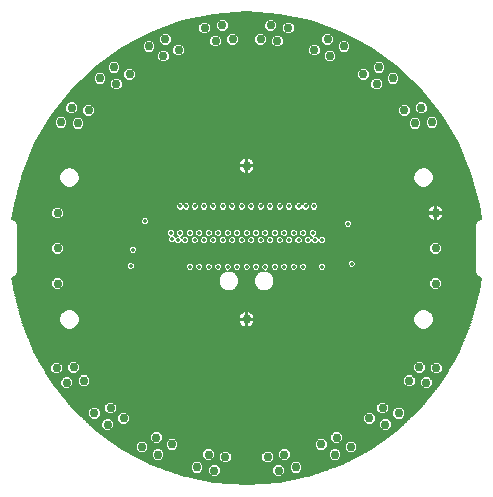
<source format=gbl>
G75*
%MOIN*%
%OFA0B0*%
%FSLAX25Y25*%
%IPPOS*%
%LPD*%
%AMOC8*
5,1,8,0,0,1.08239X$1,22.5*
%
%ADD10C,0.02953*%
%ADD11C,0.01387*%
%ADD12C,0.00500*%
D10*
X0054999Y0051266D03*
X0059506Y0047405D03*
X0060447Y0052948D03*
X0064845Y0049494D03*
X0070940Y0039995D03*
X0075766Y0043029D03*
X0076293Y0037431D03*
X0080909Y0040831D03*
X0089255Y0033233D03*
X0093131Y0037413D03*
X0098668Y0036621D03*
X0095089Y0032142D03*
X0112887Y0036621D03*
X0116466Y0032142D03*
X0122301Y0033233D03*
X0118424Y0037413D03*
X0130646Y0040831D03*
X0135789Y0043029D03*
X0135262Y0037431D03*
X0140615Y0039995D03*
X0146710Y0049494D03*
X0151109Y0052948D03*
X0152049Y0047405D03*
X0156556Y0051266D03*
X0159984Y0062019D03*
X0163339Y0066494D03*
X0169036Y0066280D03*
X0165682Y0061383D03*
X0168770Y0094360D03*
X0168770Y0106171D03*
X0168770Y0117982D03*
X0167606Y0148246D03*
X0164082Y0153023D03*
X0161919Y0147833D03*
X0158410Y0152188D03*
X0154609Y0162815D03*
X0149970Y0166517D03*
X0149223Y0160944D03*
X0144707Y0164243D03*
X0138285Y0173523D03*
X0133567Y0170322D03*
X0128350Y0172339D03*
X0132845Y0175898D03*
X0119745Y0179642D03*
X0116017Y0175329D03*
X0110456Y0175927D03*
X0113876Y0180528D03*
X0101100Y0175927D03*
X0095539Y0175329D03*
X0091810Y0179642D03*
X0097679Y0180528D03*
X0083205Y0172339D03*
X0078710Y0175898D03*
X0077988Y0170322D03*
X0073271Y0173523D03*
X0066848Y0164243D03*
X0062332Y0160944D03*
X0056946Y0162815D03*
X0061585Y0166517D03*
X0053145Y0152188D03*
X0049636Y0147833D03*
X0047473Y0153023D03*
X0043950Y0148246D03*
X0042785Y0117982D03*
X0042785Y0106171D03*
X0042785Y0094360D03*
X0048216Y0066494D03*
X0042519Y0066280D03*
X0045873Y0061383D03*
X0051571Y0062019D03*
X0105778Y0082549D03*
X0105778Y0133730D03*
D11*
X0105778Y0145541D03*
X0105778Y0161289D03*
X0125463Y0161289D03*
X0125463Y0145541D03*
X0141211Y0153415D03*
X0160896Y0137667D03*
X0172707Y0137667D03*
X0180581Y0121919D03*
X0180581Y0106171D03*
X0164833Y0121919D03*
X0149085Y0121919D03*
X0139636Y0114439D03*
X0135305Y0109321D03*
X0130974Y0108927D03*
X0129833Y0110581D03*
X0128612Y0108927D03*
X0126250Y0108927D03*
X0124675Y0111289D03*
X0123100Y0108927D03*
X0121526Y0111289D03*
X0119951Y0108927D03*
X0118376Y0111289D03*
X0116801Y0108927D03*
X0115226Y0111289D03*
X0113652Y0108927D03*
X0112077Y0111289D03*
X0110502Y0108927D03*
X0108927Y0111289D03*
X0107352Y0108927D03*
X0105778Y0111289D03*
X0104203Y0108927D03*
X0102628Y0111289D03*
X0101053Y0108927D03*
X0099478Y0111289D03*
X0097904Y0108927D03*
X0096329Y0111289D03*
X0094754Y0108927D03*
X0093179Y0111289D03*
X0091604Y0108927D03*
X0090030Y0111289D03*
X0088455Y0108927D03*
X0086880Y0111289D03*
X0085305Y0108927D03*
X0082943Y0108927D03*
X0080974Y0109321D03*
X0080581Y0111289D03*
X0083730Y0111289D03*
X0083730Y0120148D03*
X0085699Y0120148D03*
X0088455Y0120148D03*
X0091604Y0120148D03*
X0094754Y0120148D03*
X0097904Y0120148D03*
X0101053Y0120148D03*
X0104203Y0120148D03*
X0107352Y0120148D03*
X0110502Y0120148D03*
X0113652Y0120148D03*
X0116801Y0120148D03*
X0119951Y0120148D03*
X0123100Y0120148D03*
X0125463Y0120148D03*
X0128219Y0120148D03*
X0126644Y0127234D03*
X0127825Y0111289D03*
X0135305Y0103022D03*
X0130974Y0100069D03*
X0124675Y0100069D03*
X0121526Y0100069D03*
X0118376Y0100069D03*
X0115226Y0100069D03*
X0112077Y0100069D03*
X0108927Y0100069D03*
X0105778Y0100069D03*
X0102628Y0100069D03*
X0099478Y0100069D03*
X0096329Y0100069D03*
X0093179Y0100069D03*
X0090030Y0100069D03*
X0086880Y0100069D03*
X0071919Y0115226D03*
X0067982Y0105778D03*
X0067195Y0100266D03*
X0058533Y0090423D03*
X0050659Y0094360D03*
X0034911Y0098297D03*
X0034911Y0086486D03*
X0038848Y0078612D03*
X0034911Y0110108D03*
X0034911Y0125856D03*
X0038848Y0137667D03*
X0054596Y0129793D03*
X0050659Y0121919D03*
X0058533Y0121919D03*
X0086093Y0141604D03*
X0086093Y0153415D03*
X0086093Y0165226D03*
X0070344Y0153415D03*
X0140817Y0101053D03*
X0149085Y0106171D03*
X0160896Y0102234D03*
X0153022Y0086486D03*
X0156959Y0078612D03*
X0141211Y0090423D03*
X0129400Y0058927D03*
X0137274Y0051053D03*
X0105778Y0047116D03*
X0105778Y0039242D03*
X0105778Y0035305D03*
X0086093Y0051053D03*
X0086093Y0058927D03*
X0105778Y0058927D03*
X0105778Y0066801D03*
X0176644Y0078612D03*
X0180581Y0090423D03*
X0145148Y0133730D03*
D12*
X0053917Y0049341D02*
X0051662Y0049341D01*
X0052183Y0048842D02*
X0057937Y0048842D01*
X0057438Y0048344D02*
X0052704Y0048344D01*
X0053226Y0047845D02*
X0057380Y0047845D01*
X0057380Y0048286D02*
X0057380Y0046524D01*
X0058625Y0045278D01*
X0060387Y0045278D01*
X0061633Y0046524D01*
X0061633Y0048286D01*
X0060387Y0049531D01*
X0058625Y0049531D01*
X0057380Y0048286D01*
X0057380Y0047347D02*
X0053747Y0047347D01*
X0054268Y0046848D02*
X0057380Y0046848D01*
X0057554Y0046350D02*
X0054790Y0046350D01*
X0055311Y0045851D02*
X0058053Y0045851D01*
X0058551Y0045353D02*
X0055947Y0045353D01*
X0055484Y0045686D02*
X0047602Y0053223D01*
X0040839Y0061776D01*
X0035324Y0071183D01*
X0031162Y0081262D01*
X0028435Y0091820D01*
X0027765Y0096288D01*
X0028827Y0096901D01*
X0028827Y0096901D01*
X0028827Y0096901D01*
X0029482Y0098036D01*
X0029482Y0114307D01*
X0028827Y0115441D01*
X0028827Y0115441D01*
X0028827Y0115441D01*
X0027765Y0116054D01*
X0028435Y0120523D01*
X0031162Y0131080D01*
X0035324Y0141159D01*
X0040839Y0150566D01*
X0047602Y0159120D01*
X0055484Y0166656D01*
X0064331Y0173030D01*
X0073975Y0178119D01*
X0084230Y0181826D01*
X0094899Y0184079D01*
X0105778Y0184834D01*
X0116656Y0184079D01*
X0127325Y0181826D01*
X0137580Y0178119D01*
X0147224Y0173030D01*
X0156072Y0166656D01*
X0163953Y0159120D01*
X0170716Y0150566D01*
X0176231Y0141159D01*
X0180393Y0131080D01*
X0183121Y0120523D01*
X0183790Y0116054D01*
X0182728Y0115441D01*
X0182073Y0114307D01*
X0182073Y0098036D01*
X0182728Y0096901D01*
X0183790Y0096288D01*
X0183121Y0091820D01*
X0180393Y0081262D01*
X0176231Y0071183D01*
X0170716Y0061776D01*
X0163953Y0053223D01*
X0156072Y0045686D01*
X0147224Y0039313D01*
X0137580Y0034223D01*
X0127325Y0030517D01*
X0116656Y0028264D01*
X0105778Y0027508D01*
X0094899Y0028264D01*
X0084230Y0030517D01*
X0073975Y0034223D01*
X0064331Y0039313D01*
X0055484Y0045686D01*
X0056639Y0044854D02*
X0074584Y0044854D01*
X0074886Y0045156D02*
X0073640Y0043910D01*
X0073640Y0042149D01*
X0074886Y0040903D01*
X0076647Y0040903D01*
X0077893Y0042149D01*
X0077893Y0043910D01*
X0076647Y0045156D01*
X0074886Y0045156D01*
X0074086Y0044356D02*
X0057331Y0044356D01*
X0058023Y0043857D02*
X0073640Y0043857D01*
X0073640Y0043359D02*
X0058714Y0043359D01*
X0059406Y0042860D02*
X0073640Y0042860D01*
X0073640Y0042362D02*
X0060098Y0042362D01*
X0060790Y0041863D02*
X0069801Y0041863D01*
X0070059Y0042121D02*
X0068813Y0040875D01*
X0068813Y0039114D01*
X0070059Y0037868D01*
X0071821Y0037868D01*
X0073066Y0039114D01*
X0073066Y0040875D01*
X0071821Y0042121D01*
X0070059Y0042121D01*
X0069303Y0041365D02*
X0061482Y0041365D01*
X0062174Y0040866D02*
X0068813Y0040866D01*
X0068813Y0040368D02*
X0062866Y0040368D01*
X0063558Y0039869D02*
X0068813Y0039869D01*
X0068813Y0039371D02*
X0064250Y0039371D01*
X0065165Y0038872D02*
X0069055Y0038872D01*
X0069554Y0038374D02*
X0066110Y0038374D01*
X0067055Y0037875D02*
X0070052Y0037875D01*
X0068944Y0036878D02*
X0074166Y0036878D01*
X0074166Y0036551D02*
X0075412Y0035305D01*
X0077174Y0035305D01*
X0078419Y0036551D01*
X0078419Y0038312D01*
X0077174Y0039558D01*
X0075412Y0039558D01*
X0074166Y0038312D01*
X0074166Y0036551D01*
X0074337Y0036380D02*
X0069889Y0036380D01*
X0070834Y0035881D02*
X0074836Y0035881D01*
X0075334Y0035383D02*
X0071778Y0035383D01*
X0072723Y0034884D02*
X0087899Y0034884D01*
X0088374Y0035359D02*
X0087128Y0034114D01*
X0087128Y0032352D01*
X0088374Y0031107D01*
X0090135Y0031107D01*
X0091381Y0032352D01*
X0091381Y0034114D01*
X0090135Y0035359D01*
X0088374Y0035359D01*
X0087400Y0034386D02*
X0073668Y0034386D01*
X0074905Y0033887D02*
X0087128Y0033887D01*
X0087128Y0033389D02*
X0076285Y0033389D01*
X0077664Y0032890D02*
X0087128Y0032890D01*
X0087128Y0032392D02*
X0079043Y0032392D01*
X0080422Y0031893D02*
X0087587Y0031893D01*
X0088086Y0031395D02*
X0081801Y0031395D01*
X0083181Y0030896D02*
X0093328Y0030896D01*
X0092962Y0031262D02*
X0094208Y0030016D01*
X0095969Y0030016D01*
X0097215Y0031262D01*
X0097215Y0033023D01*
X0095969Y0034269D01*
X0094208Y0034269D01*
X0092962Y0033023D01*
X0092962Y0031262D01*
X0092962Y0031395D02*
X0090423Y0031395D01*
X0090922Y0031893D02*
X0092962Y0031893D01*
X0092962Y0032392D02*
X0091381Y0032392D01*
X0091381Y0032890D02*
X0092962Y0032890D01*
X0093328Y0033389D02*
X0091381Y0033389D01*
X0091381Y0033887D02*
X0093826Y0033887D01*
X0094012Y0035287D02*
X0092250Y0035287D01*
X0091005Y0036533D01*
X0091005Y0038294D01*
X0092250Y0039540D01*
X0094012Y0039540D01*
X0095258Y0038294D01*
X0095258Y0036533D01*
X0094012Y0035287D01*
X0094108Y0035383D02*
X0096899Y0035383D01*
X0096542Y0035740D02*
X0097787Y0034495D01*
X0099549Y0034495D01*
X0100794Y0035740D01*
X0100794Y0037502D01*
X0099549Y0038748D01*
X0097787Y0038748D01*
X0096542Y0037502D01*
X0096542Y0035740D01*
X0096542Y0035881D02*
X0094606Y0035881D01*
X0095105Y0036380D02*
X0096542Y0036380D01*
X0096542Y0036878D02*
X0095258Y0036878D01*
X0095258Y0037377D02*
X0096542Y0037377D01*
X0096915Y0037875D02*
X0095258Y0037875D01*
X0095178Y0038374D02*
X0097413Y0038374D01*
X0099923Y0038374D02*
X0111632Y0038374D01*
X0112006Y0038748D02*
X0110761Y0037502D01*
X0110761Y0035740D01*
X0112006Y0034495D01*
X0113768Y0034495D01*
X0115014Y0035740D01*
X0115014Y0037502D01*
X0113768Y0038748D01*
X0112006Y0038748D01*
X0111134Y0037875D02*
X0100421Y0037875D01*
X0100794Y0037377D02*
X0110761Y0037377D01*
X0110761Y0036878D02*
X0100794Y0036878D01*
X0100794Y0036380D02*
X0110761Y0036380D01*
X0110761Y0035881D02*
X0100794Y0035881D01*
X0100437Y0035383D02*
X0111119Y0035383D01*
X0111617Y0034884D02*
X0099938Y0034884D01*
X0097398Y0034884D02*
X0090610Y0034884D01*
X0091109Y0034386D02*
X0120446Y0034386D01*
X0120174Y0034114D02*
X0120174Y0032352D01*
X0121420Y0031107D01*
X0123181Y0031107D01*
X0124427Y0032352D01*
X0124427Y0034114D01*
X0123181Y0035359D01*
X0121420Y0035359D01*
X0120174Y0034114D01*
X0120174Y0033887D02*
X0117729Y0033887D01*
X0117347Y0034269D02*
X0115586Y0034269D01*
X0114340Y0033023D01*
X0114340Y0031262D01*
X0115586Y0030016D01*
X0117347Y0030016D01*
X0118593Y0031262D01*
X0118593Y0033023D01*
X0117347Y0034269D01*
X0117543Y0035287D02*
X0119305Y0035287D01*
X0120550Y0036533D01*
X0120550Y0038294D01*
X0119305Y0039540D01*
X0117543Y0039540D01*
X0116298Y0038294D01*
X0116298Y0036533D01*
X0117543Y0035287D01*
X0117448Y0035383D02*
X0114656Y0035383D01*
X0115014Y0035881D02*
X0116949Y0035881D01*
X0116451Y0036380D02*
X0115014Y0036380D01*
X0115014Y0036878D02*
X0116298Y0036878D01*
X0116298Y0037377D02*
X0115014Y0037377D01*
X0114640Y0037875D02*
X0116298Y0037875D01*
X0116377Y0038374D02*
X0114142Y0038374D01*
X0116876Y0038872D02*
X0094680Y0038872D01*
X0094181Y0039371D02*
X0117374Y0039371D01*
X0119474Y0039371D02*
X0129099Y0039371D01*
X0128601Y0039869D02*
X0082955Y0039869D01*
X0083036Y0039950D02*
X0081790Y0038705D01*
X0080029Y0038705D01*
X0078783Y0039950D01*
X0078783Y0041712D01*
X0080029Y0042958D01*
X0081790Y0042958D01*
X0083036Y0041712D01*
X0083036Y0039950D01*
X0083036Y0040368D02*
X0128519Y0040368D01*
X0128519Y0039950D02*
X0129765Y0038705D01*
X0131527Y0038705D01*
X0132772Y0039950D01*
X0132772Y0041712D01*
X0131527Y0042958D01*
X0129765Y0042958D01*
X0128519Y0041712D01*
X0128519Y0039950D01*
X0128519Y0040866D02*
X0083036Y0040866D01*
X0083036Y0041365D02*
X0128519Y0041365D01*
X0128671Y0041863D02*
X0082884Y0041863D01*
X0082386Y0042362D02*
X0129169Y0042362D01*
X0129668Y0042860D02*
X0081887Y0042860D01*
X0079931Y0042860D02*
X0077893Y0042860D01*
X0077893Y0042362D02*
X0079433Y0042362D01*
X0078934Y0041863D02*
X0077607Y0041863D01*
X0077109Y0041365D02*
X0078783Y0041365D01*
X0078783Y0040866D02*
X0073066Y0040866D01*
X0073066Y0040368D02*
X0078783Y0040368D01*
X0078864Y0039869D02*
X0073066Y0039869D01*
X0073066Y0039371D02*
X0075225Y0039371D01*
X0074727Y0038872D02*
X0072824Y0038872D01*
X0072326Y0038374D02*
X0074228Y0038374D01*
X0074166Y0037875D02*
X0071827Y0037875D01*
X0074166Y0037377D02*
X0067999Y0037377D01*
X0072078Y0041863D02*
X0073925Y0041863D01*
X0074424Y0041365D02*
X0072577Y0041365D01*
X0077361Y0039371D02*
X0079363Y0039371D01*
X0079861Y0038872D02*
X0077859Y0038872D01*
X0078358Y0038374D02*
X0091084Y0038374D01*
X0091005Y0037875D02*
X0078419Y0037875D01*
X0078419Y0037377D02*
X0091005Y0037377D01*
X0091005Y0036878D02*
X0078419Y0036878D01*
X0078248Y0036380D02*
X0091158Y0036380D01*
X0091656Y0035881D02*
X0077750Y0035881D01*
X0077251Y0035383D02*
X0092155Y0035383D01*
X0091583Y0038872D02*
X0081958Y0038872D01*
X0082456Y0039371D02*
X0092081Y0039371D01*
X0096351Y0033887D02*
X0115204Y0033887D01*
X0114706Y0033389D02*
X0096850Y0033389D01*
X0097215Y0032890D02*
X0114340Y0032890D01*
X0114340Y0032392D02*
X0097215Y0032392D01*
X0097215Y0031893D02*
X0114340Y0031893D01*
X0114340Y0031395D02*
X0097215Y0031395D01*
X0096849Y0030896D02*
X0114706Y0030896D01*
X0115204Y0030398D02*
X0096351Y0030398D01*
X0093826Y0030398D02*
X0084795Y0030398D01*
X0087155Y0029899D02*
X0124400Y0029899D01*
X0123469Y0031395D02*
X0129754Y0031395D01*
X0131133Y0031893D02*
X0123968Y0031893D01*
X0124427Y0032392D02*
X0132512Y0032392D01*
X0133891Y0032890D02*
X0124427Y0032890D01*
X0124427Y0033389D02*
X0135271Y0033389D01*
X0136650Y0033887D02*
X0124427Y0033887D01*
X0124155Y0034386D02*
X0137888Y0034386D01*
X0138832Y0034884D02*
X0123656Y0034884D01*
X0120945Y0034884D02*
X0114157Y0034884D01*
X0118227Y0033389D02*
X0120174Y0033389D01*
X0120174Y0032890D02*
X0118593Y0032890D01*
X0118593Y0032392D02*
X0120174Y0032392D01*
X0120633Y0031893D02*
X0118593Y0031893D01*
X0118593Y0031395D02*
X0121132Y0031395D01*
X0122039Y0029401D02*
X0089516Y0029401D01*
X0091877Y0028902D02*
X0119678Y0028902D01*
X0117317Y0028403D02*
X0094238Y0028403D01*
X0100065Y0027905D02*
X0111491Y0027905D01*
X0117729Y0030398D02*
X0126761Y0030398D01*
X0128374Y0030896D02*
X0118227Y0030896D01*
X0119400Y0035383D02*
X0134304Y0035383D01*
X0134382Y0035305D02*
X0136143Y0035305D01*
X0137389Y0036551D01*
X0137389Y0038312D01*
X0136143Y0039558D01*
X0134382Y0039558D01*
X0133136Y0038312D01*
X0133136Y0036551D01*
X0134382Y0035305D01*
X0133805Y0035881D02*
X0119899Y0035881D01*
X0120397Y0036380D02*
X0133307Y0036380D01*
X0133136Y0036878D02*
X0120550Y0036878D01*
X0120550Y0037377D02*
X0133136Y0037377D01*
X0133136Y0037875D02*
X0120550Y0037875D01*
X0120471Y0038374D02*
X0133198Y0038374D01*
X0133696Y0038872D02*
X0131694Y0038872D01*
X0132192Y0039371D02*
X0134195Y0039371D01*
X0132691Y0039869D02*
X0138489Y0039869D01*
X0138489Y0039371D02*
X0136330Y0039371D01*
X0136829Y0038872D02*
X0138731Y0038872D01*
X0138489Y0039114D02*
X0139735Y0037868D01*
X0141496Y0037868D01*
X0142742Y0039114D01*
X0142742Y0040875D01*
X0141496Y0042121D01*
X0139735Y0042121D01*
X0138489Y0040875D01*
X0138489Y0039114D01*
X0139229Y0038374D02*
X0137327Y0038374D01*
X0137389Y0037875D02*
X0139728Y0037875D01*
X0141503Y0037875D02*
X0144500Y0037875D01*
X0143556Y0037377D02*
X0137389Y0037377D01*
X0137389Y0036878D02*
X0142611Y0036878D01*
X0141666Y0036380D02*
X0137218Y0036380D01*
X0136719Y0035881D02*
X0140722Y0035881D01*
X0139777Y0035383D02*
X0136221Y0035383D01*
X0138489Y0040368D02*
X0132772Y0040368D01*
X0132772Y0040866D02*
X0138489Y0040866D01*
X0138978Y0041365D02*
X0137131Y0041365D01*
X0136670Y0040903D02*
X0137915Y0042149D01*
X0137915Y0043910D01*
X0136670Y0045156D01*
X0134908Y0045156D01*
X0133662Y0043910D01*
X0133662Y0042149D01*
X0134908Y0040903D01*
X0136670Y0040903D01*
X0137630Y0041863D02*
X0139477Y0041863D01*
X0137915Y0042362D02*
X0151457Y0042362D01*
X0152149Y0042860D02*
X0137915Y0042860D01*
X0137915Y0043359D02*
X0152841Y0043359D01*
X0153533Y0043857D02*
X0137915Y0043857D01*
X0137470Y0044356D02*
X0154225Y0044356D01*
X0154917Y0044854D02*
X0136971Y0044854D01*
X0134607Y0044854D02*
X0076949Y0044854D01*
X0077447Y0044356D02*
X0134108Y0044356D01*
X0133662Y0043857D02*
X0077893Y0043857D01*
X0077893Y0043359D02*
X0133662Y0043359D01*
X0133662Y0042860D02*
X0131624Y0042860D01*
X0132122Y0042362D02*
X0133662Y0042362D01*
X0133948Y0041863D02*
X0132621Y0041863D01*
X0132772Y0041365D02*
X0134446Y0041365D01*
X0129598Y0038872D02*
X0119972Y0038872D01*
X0141754Y0041863D02*
X0150765Y0041863D01*
X0150073Y0041365D02*
X0142252Y0041365D01*
X0142742Y0040866D02*
X0149381Y0040866D01*
X0148689Y0040368D02*
X0142742Y0040368D01*
X0142742Y0039869D02*
X0147997Y0039869D01*
X0147305Y0039371D02*
X0142742Y0039371D01*
X0142500Y0038872D02*
X0146390Y0038872D01*
X0145445Y0038374D02*
X0142002Y0038374D01*
X0145829Y0047368D02*
X0147590Y0047368D01*
X0148836Y0048613D01*
X0148836Y0050375D01*
X0147590Y0051620D01*
X0145829Y0051620D01*
X0144583Y0050375D01*
X0144583Y0048613D01*
X0145829Y0047368D01*
X0145351Y0047845D02*
X0066204Y0047845D01*
X0065726Y0047368D02*
X0063965Y0047368D01*
X0062719Y0048613D01*
X0062719Y0050375D01*
X0063965Y0051620D01*
X0065726Y0051620D01*
X0066972Y0050375D01*
X0066972Y0048613D01*
X0065726Y0047368D01*
X0066703Y0048344D02*
X0144853Y0048344D01*
X0144583Y0048842D02*
X0066972Y0048842D01*
X0066972Y0049341D02*
X0144583Y0049341D01*
X0144583Y0049839D02*
X0066972Y0049839D01*
X0066972Y0050338D02*
X0144583Y0050338D01*
X0145045Y0050837D02*
X0066510Y0050837D01*
X0066012Y0051335D02*
X0145544Y0051335D01*
X0147876Y0051335D02*
X0149715Y0051335D01*
X0150213Y0050837D02*
X0148374Y0050837D01*
X0148836Y0050338D02*
X0154477Y0050338D01*
X0154430Y0050385D02*
X0155675Y0049140D01*
X0157437Y0049140D01*
X0158682Y0050385D01*
X0158682Y0052147D01*
X0157437Y0053393D01*
X0155675Y0053393D01*
X0154430Y0052147D01*
X0154430Y0050385D01*
X0154430Y0050837D02*
X0152004Y0050837D01*
X0151989Y0050822D02*
X0153235Y0052068D01*
X0153235Y0053829D01*
X0151989Y0055075D01*
X0150228Y0055075D01*
X0148982Y0053829D01*
X0148982Y0052068D01*
X0150228Y0050822D01*
X0151989Y0050822D01*
X0152502Y0051335D02*
X0154430Y0051335D01*
X0154430Y0051834D02*
X0153001Y0051834D01*
X0153235Y0052332D02*
X0154615Y0052332D01*
X0155113Y0052831D02*
X0153235Y0052831D01*
X0153235Y0053329D02*
X0155612Y0053329D01*
X0157500Y0053329D02*
X0164037Y0053329D01*
X0164431Y0053828D02*
X0153235Y0053828D01*
X0152738Y0054326D02*
X0164825Y0054326D01*
X0165219Y0054825D02*
X0152239Y0054825D01*
X0149978Y0054825D02*
X0061578Y0054825D01*
X0061327Y0055075D02*
X0059566Y0055075D01*
X0058320Y0053829D01*
X0058320Y0052068D01*
X0059566Y0050822D01*
X0061327Y0050822D01*
X0062573Y0052068D01*
X0062573Y0053829D01*
X0061327Y0055075D01*
X0062076Y0054326D02*
X0149479Y0054326D01*
X0148982Y0053828D02*
X0062573Y0053828D01*
X0062573Y0053329D02*
X0148982Y0053329D01*
X0148982Y0052831D02*
X0062573Y0052831D01*
X0062573Y0052332D02*
X0148982Y0052332D01*
X0149216Y0051834D02*
X0062339Y0051834D01*
X0061840Y0051335D02*
X0063679Y0051335D01*
X0063181Y0050837D02*
X0061342Y0050837D01*
X0062719Y0050338D02*
X0057078Y0050338D01*
X0057125Y0050385D02*
X0055880Y0049140D01*
X0054118Y0049140D01*
X0052873Y0050385D01*
X0052873Y0052147D01*
X0054118Y0053393D01*
X0055880Y0053393D01*
X0057125Y0052147D01*
X0057125Y0050385D01*
X0057125Y0050837D02*
X0059551Y0050837D01*
X0059053Y0051335D02*
X0057125Y0051335D01*
X0057125Y0051834D02*
X0058554Y0051834D01*
X0058320Y0052332D02*
X0056940Y0052332D01*
X0056442Y0052831D02*
X0058320Y0052831D01*
X0058320Y0053329D02*
X0055943Y0053329D01*
X0054055Y0053329D02*
X0047518Y0053329D01*
X0047124Y0053828D02*
X0058320Y0053828D01*
X0058817Y0054326D02*
X0046730Y0054326D01*
X0046336Y0054825D02*
X0059316Y0054825D01*
X0056579Y0049839D02*
X0062719Y0049839D01*
X0062719Y0049341D02*
X0060577Y0049341D01*
X0061076Y0048842D02*
X0062719Y0048842D01*
X0062988Y0048344D02*
X0061574Y0048344D01*
X0061633Y0047845D02*
X0063487Y0047845D01*
X0061633Y0047347D02*
X0149922Y0047347D01*
X0149922Y0047845D02*
X0148068Y0047845D01*
X0148567Y0048344D02*
X0149981Y0048344D01*
X0149922Y0048286D02*
X0149922Y0046524D01*
X0151168Y0045278D01*
X0152930Y0045278D01*
X0154175Y0046524D01*
X0154175Y0048286D01*
X0152930Y0049531D01*
X0151168Y0049531D01*
X0149922Y0048286D01*
X0150479Y0048842D02*
X0148836Y0048842D01*
X0148836Y0049341D02*
X0150978Y0049341D01*
X0153120Y0049341D02*
X0155474Y0049341D01*
X0154976Y0049839D02*
X0148836Y0049839D01*
X0149922Y0046848D02*
X0061633Y0046848D01*
X0061458Y0046350D02*
X0150097Y0046350D01*
X0150595Y0045851D02*
X0060960Y0045851D01*
X0060461Y0045353D02*
X0151094Y0045353D01*
X0153004Y0045353D02*
X0155609Y0045353D01*
X0156244Y0045851D02*
X0153503Y0045851D01*
X0154001Y0046350D02*
X0156765Y0046350D01*
X0157287Y0046848D02*
X0154175Y0046848D01*
X0154175Y0047347D02*
X0157808Y0047347D01*
X0158329Y0047845D02*
X0154175Y0047845D01*
X0154117Y0048344D02*
X0158851Y0048344D01*
X0159372Y0048842D02*
X0153618Y0048842D01*
X0157638Y0049341D02*
X0159893Y0049341D01*
X0160415Y0049839D02*
X0158136Y0049839D01*
X0158635Y0050338D02*
X0160936Y0050338D01*
X0161457Y0050837D02*
X0158682Y0050837D01*
X0158682Y0051335D02*
X0161979Y0051335D01*
X0162500Y0051834D02*
X0158682Y0051834D01*
X0158497Y0052332D02*
X0163021Y0052332D01*
X0163543Y0052831D02*
X0157999Y0052831D01*
X0159103Y0059893D02*
X0160865Y0059893D01*
X0162110Y0061138D01*
X0162110Y0062900D01*
X0160865Y0064146D01*
X0159103Y0064146D01*
X0157858Y0062900D01*
X0157858Y0061138D01*
X0159103Y0059893D01*
X0158688Y0060308D02*
X0052867Y0060308D01*
X0052452Y0059893D02*
X0050690Y0059893D01*
X0049445Y0061138D01*
X0049445Y0062900D01*
X0050690Y0064146D01*
X0052452Y0064146D01*
X0053697Y0062900D01*
X0053697Y0061138D01*
X0052452Y0059893D01*
X0053366Y0060807D02*
X0158189Y0060807D01*
X0157858Y0061305D02*
X0053697Y0061305D01*
X0053697Y0061804D02*
X0157858Y0061804D01*
X0157858Y0062302D02*
X0053697Y0062302D01*
X0053697Y0062801D02*
X0157858Y0062801D01*
X0158257Y0063299D02*
X0053298Y0063299D01*
X0052800Y0063798D02*
X0158756Y0063798D01*
X0161213Y0063798D02*
X0171901Y0063798D01*
X0172193Y0064296D02*
X0170060Y0064296D01*
X0169917Y0064153D02*
X0171163Y0065399D01*
X0171163Y0067160D01*
X0169917Y0068406D01*
X0168155Y0068406D01*
X0166910Y0067160D01*
X0166910Y0065399D01*
X0168155Y0064153D01*
X0169917Y0064153D01*
X0170559Y0064795D02*
X0172486Y0064795D01*
X0172778Y0065293D02*
X0171057Y0065293D01*
X0171163Y0065792D02*
X0173070Y0065792D01*
X0173363Y0066290D02*
X0171163Y0066290D01*
X0171163Y0066789D02*
X0173655Y0066789D01*
X0173947Y0067287D02*
X0171036Y0067287D01*
X0170537Y0067786D02*
X0174239Y0067786D01*
X0174532Y0068284D02*
X0170039Y0068284D01*
X0168034Y0068284D02*
X0164556Y0068284D01*
X0164220Y0068621D02*
X0162458Y0068621D01*
X0161213Y0067375D01*
X0161213Y0065614D01*
X0162458Y0064368D01*
X0164220Y0064368D01*
X0165465Y0065614D01*
X0165465Y0067375D01*
X0164220Y0068621D01*
X0165055Y0067786D02*
X0167535Y0067786D01*
X0167037Y0067287D02*
X0165465Y0067287D01*
X0165465Y0066789D02*
X0166910Y0066789D01*
X0166910Y0066290D02*
X0165465Y0066290D01*
X0165465Y0065792D02*
X0166910Y0065792D01*
X0167015Y0065293D02*
X0165145Y0065293D01*
X0164646Y0064795D02*
X0167514Y0064795D01*
X0168012Y0064296D02*
X0043543Y0064296D01*
X0043400Y0064153D02*
X0041638Y0064153D01*
X0040392Y0065399D01*
X0040392Y0067160D01*
X0041638Y0068406D01*
X0043400Y0068406D01*
X0044645Y0067160D01*
X0044645Y0065399D01*
X0043400Y0064153D01*
X0044041Y0064795D02*
X0046909Y0064795D01*
X0047335Y0064368D02*
X0049097Y0064368D01*
X0050343Y0065614D01*
X0050343Y0067375D01*
X0049097Y0068621D01*
X0047335Y0068621D01*
X0046090Y0067375D01*
X0046090Y0065614D01*
X0047335Y0064368D01*
X0046754Y0063510D02*
X0044992Y0063510D01*
X0043747Y0062264D01*
X0043747Y0060502D01*
X0044992Y0059257D01*
X0046754Y0059257D01*
X0047999Y0060502D01*
X0047999Y0062264D01*
X0046754Y0063510D01*
X0046964Y0063299D02*
X0049844Y0063299D01*
X0049445Y0062801D02*
X0047463Y0062801D01*
X0047961Y0062302D02*
X0049445Y0062302D01*
X0049445Y0061804D02*
X0047999Y0061804D01*
X0047999Y0061305D02*
X0049445Y0061305D01*
X0049776Y0060807D02*
X0047999Y0060807D01*
X0047805Y0060308D02*
X0050275Y0060308D01*
X0047307Y0059810D02*
X0164248Y0059810D01*
X0163750Y0060308D02*
X0161280Y0060308D01*
X0161779Y0060807D02*
X0163556Y0060807D01*
X0163556Y0060502D02*
X0164801Y0059257D01*
X0166563Y0059257D01*
X0167808Y0060502D01*
X0167808Y0062264D01*
X0166563Y0063510D01*
X0164801Y0063510D01*
X0163556Y0062264D01*
X0163556Y0060502D01*
X0163556Y0061305D02*
X0162110Y0061305D01*
X0162110Y0061804D02*
X0163556Y0061804D01*
X0163594Y0062302D02*
X0162110Y0062302D01*
X0162110Y0062801D02*
X0164093Y0062801D01*
X0164591Y0063299D02*
X0161711Y0063299D01*
X0162031Y0064795D02*
X0049524Y0064795D01*
X0050022Y0065293D02*
X0161533Y0065293D01*
X0161213Y0065792D02*
X0050343Y0065792D01*
X0050343Y0066290D02*
X0161213Y0066290D01*
X0161213Y0066789D02*
X0050343Y0066789D01*
X0050343Y0067287D02*
X0161213Y0067287D01*
X0161623Y0067786D02*
X0049932Y0067786D01*
X0049433Y0068284D02*
X0162122Y0068284D01*
X0166773Y0063299D02*
X0171609Y0063299D01*
X0171317Y0062801D02*
X0167272Y0062801D01*
X0167770Y0062302D02*
X0171024Y0062302D01*
X0170732Y0061804D02*
X0167808Y0061804D01*
X0167808Y0061305D02*
X0170343Y0061305D01*
X0169949Y0060807D02*
X0167808Y0060807D01*
X0167614Y0060308D02*
X0169555Y0060308D01*
X0169161Y0059810D02*
X0167116Y0059810D01*
X0166617Y0059311D02*
X0168767Y0059311D01*
X0168373Y0058813D02*
X0043183Y0058813D01*
X0043577Y0058314D02*
X0167978Y0058314D01*
X0167584Y0057816D02*
X0043971Y0057816D01*
X0044365Y0057317D02*
X0167190Y0057317D01*
X0166796Y0056819D02*
X0044759Y0056819D01*
X0045153Y0056320D02*
X0166402Y0056320D01*
X0166008Y0055822D02*
X0045547Y0055822D01*
X0045942Y0055323D02*
X0165613Y0055323D01*
X0164747Y0059311D02*
X0046808Y0059311D01*
X0044938Y0059311D02*
X0042788Y0059311D01*
X0042394Y0059810D02*
X0044439Y0059810D01*
X0043941Y0060308D02*
X0042000Y0060308D01*
X0041606Y0060807D02*
X0043747Y0060807D01*
X0043747Y0061305D02*
X0041212Y0061305D01*
X0040823Y0061804D02*
X0043747Y0061804D01*
X0043785Y0062302D02*
X0040531Y0062302D01*
X0040239Y0062801D02*
X0044284Y0062801D01*
X0044782Y0063299D02*
X0039946Y0063299D01*
X0039654Y0063798D02*
X0050342Y0063798D01*
X0046410Y0065293D02*
X0044540Y0065293D01*
X0044645Y0065792D02*
X0046090Y0065792D01*
X0046090Y0066290D02*
X0044645Y0066290D01*
X0044645Y0066789D02*
X0046090Y0066789D01*
X0046090Y0067287D02*
X0044518Y0067287D01*
X0044020Y0067786D02*
X0046500Y0067786D01*
X0046999Y0068284D02*
X0043521Y0068284D01*
X0041517Y0068284D02*
X0037023Y0068284D01*
X0037316Y0067786D02*
X0041018Y0067786D01*
X0040520Y0067287D02*
X0037608Y0067287D01*
X0037900Y0066789D02*
X0040392Y0066789D01*
X0040392Y0066290D02*
X0038193Y0066290D01*
X0038485Y0065792D02*
X0040392Y0065792D01*
X0040498Y0065293D02*
X0038777Y0065293D01*
X0039069Y0064795D02*
X0040996Y0064795D01*
X0041495Y0064296D02*
X0039362Y0064296D01*
X0036731Y0068783D02*
X0174824Y0068783D01*
X0175116Y0069281D02*
X0036439Y0069281D01*
X0036147Y0069780D02*
X0175409Y0069780D01*
X0175701Y0070278D02*
X0035854Y0070278D01*
X0035562Y0070777D02*
X0175993Y0070777D01*
X0176269Y0071275D02*
X0035286Y0071275D01*
X0035080Y0071774D02*
X0176475Y0071774D01*
X0176681Y0072272D02*
X0034874Y0072272D01*
X0034668Y0072771D02*
X0176887Y0072771D01*
X0177093Y0073270D02*
X0034462Y0073270D01*
X0034257Y0073768D02*
X0177299Y0073768D01*
X0177504Y0074267D02*
X0034051Y0074267D01*
X0033845Y0074765D02*
X0177710Y0074765D01*
X0177916Y0075264D02*
X0033639Y0075264D01*
X0033433Y0075762D02*
X0178122Y0075762D01*
X0178328Y0076261D02*
X0033227Y0076261D01*
X0033022Y0076759D02*
X0178534Y0076759D01*
X0178739Y0077258D02*
X0032816Y0077258D01*
X0032610Y0077756D02*
X0178945Y0077756D01*
X0179151Y0078255D02*
X0032404Y0078255D01*
X0032198Y0078753D02*
X0179357Y0078753D01*
X0179563Y0079252D02*
X0165780Y0079252D01*
X0165511Y0079140D02*
X0166764Y0079659D01*
X0167723Y0080618D01*
X0168242Y0081871D01*
X0168242Y0083227D01*
X0167723Y0084480D01*
X0166764Y0085439D01*
X0165511Y0085958D01*
X0164155Y0085958D01*
X0162902Y0085439D01*
X0161943Y0084480D01*
X0161424Y0083227D01*
X0161424Y0081871D01*
X0161943Y0080618D01*
X0162902Y0079659D01*
X0164155Y0079140D01*
X0165511Y0079140D01*
X0166855Y0079750D02*
X0179769Y0079750D01*
X0179974Y0080249D02*
X0167353Y0080249D01*
X0167776Y0080747D02*
X0180180Y0080747D01*
X0180386Y0081246D02*
X0167983Y0081246D01*
X0168189Y0081744D02*
X0180517Y0081744D01*
X0180646Y0082243D02*
X0168242Y0082243D01*
X0168242Y0082741D02*
X0180775Y0082741D01*
X0180904Y0083240D02*
X0168237Y0083240D01*
X0168030Y0083738D02*
X0181033Y0083738D01*
X0181161Y0084237D02*
X0167824Y0084237D01*
X0167468Y0084735D02*
X0181290Y0084735D01*
X0181419Y0085234D02*
X0166969Y0085234D01*
X0166056Y0085732D02*
X0181548Y0085732D01*
X0181677Y0086231D02*
X0029879Y0086231D01*
X0029750Y0086729D02*
X0181805Y0086729D01*
X0181934Y0087228D02*
X0029621Y0087228D01*
X0029492Y0087726D02*
X0182063Y0087726D01*
X0182192Y0088225D02*
X0029363Y0088225D01*
X0029235Y0088723D02*
X0182321Y0088723D01*
X0182449Y0089222D02*
X0029106Y0089222D01*
X0028977Y0089720D02*
X0182578Y0089720D01*
X0182707Y0090219D02*
X0028848Y0090219D01*
X0028719Y0090717D02*
X0182836Y0090717D01*
X0182964Y0091216D02*
X0028591Y0091216D01*
X0028462Y0091714D02*
X0183093Y0091714D01*
X0183179Y0092213D02*
X0113031Y0092213D01*
X0113614Y0092454D02*
X0114573Y0093413D01*
X0115092Y0094666D01*
X0115092Y0096023D01*
X0114573Y0097276D01*
X0113614Y0098235D01*
X0112430Y0098725D01*
X0112633Y0098725D01*
X0113420Y0099512D01*
X0113420Y0100625D01*
X0112633Y0101413D01*
X0111520Y0101413D01*
X0110733Y0100625D01*
X0110733Y0099512D01*
X0111492Y0098754D01*
X0111005Y0098754D01*
X0109752Y0098235D01*
X0108793Y0097276D01*
X0108274Y0096023D01*
X0108274Y0094666D01*
X0108793Y0093413D01*
X0109752Y0092454D01*
X0111005Y0091935D01*
X0112361Y0091935D01*
X0113614Y0092454D01*
X0113871Y0092711D02*
X0167411Y0092711D01*
X0167889Y0092234D02*
X0169650Y0092234D01*
X0170896Y0093479D01*
X0170896Y0095241D01*
X0169650Y0096487D01*
X0167889Y0096487D01*
X0166643Y0095241D01*
X0166643Y0093479D01*
X0167889Y0092234D01*
X0166913Y0093210D02*
X0114370Y0093210D01*
X0114695Y0093708D02*
X0166643Y0093708D01*
X0166643Y0094207D02*
X0114902Y0094207D01*
X0115092Y0094705D02*
X0166643Y0094705D01*
X0166643Y0095204D02*
X0115092Y0095204D01*
X0115092Y0095703D02*
X0167105Y0095703D01*
X0167603Y0096201D02*
X0115018Y0096201D01*
X0114812Y0096700D02*
X0183078Y0096700D01*
X0182728Y0096901D02*
X0182728Y0096901D01*
X0182728Y0096901D01*
X0182557Y0097198D02*
X0114605Y0097198D01*
X0114152Y0097697D02*
X0182269Y0097697D01*
X0182073Y0098195D02*
X0113654Y0098195D01*
X0114203Y0099192D02*
X0113100Y0099192D01*
X0113420Y0099691D02*
X0113883Y0099691D01*
X0113883Y0099512D02*
X0114670Y0098725D01*
X0115783Y0098725D01*
X0116570Y0099512D01*
X0116570Y0100625D01*
X0115783Y0101413D01*
X0114670Y0101413D01*
X0113883Y0100625D01*
X0113883Y0099512D01*
X0113883Y0100189D02*
X0113420Y0100189D01*
X0113358Y0100688D02*
X0113945Y0100688D01*
X0114443Y0101186D02*
X0112860Y0101186D01*
X0111294Y0101186D02*
X0109710Y0101186D01*
X0109484Y0101413D02*
X0108371Y0101413D01*
X0107583Y0100625D01*
X0107583Y0099512D01*
X0108371Y0098725D01*
X0109484Y0098725D01*
X0110271Y0099512D01*
X0110271Y0100625D01*
X0109484Y0101413D01*
X0110209Y0100688D02*
X0110795Y0100688D01*
X0110733Y0100189D02*
X0110271Y0100189D01*
X0110271Y0099691D02*
X0110733Y0099691D01*
X0111053Y0099192D02*
X0109951Y0099192D01*
X0109713Y0098195D02*
X0101843Y0098195D01*
X0101803Y0098235D02*
X0100550Y0098754D01*
X0100063Y0098754D01*
X0100822Y0099512D01*
X0100822Y0100625D01*
X0100035Y0101413D01*
X0098922Y0101413D01*
X0098135Y0100625D01*
X0098135Y0099512D01*
X0098922Y0098725D01*
X0099126Y0098725D01*
X0097941Y0098235D01*
X0096982Y0097276D01*
X0096463Y0096023D01*
X0096463Y0094666D01*
X0096982Y0093413D01*
X0097941Y0092454D01*
X0099194Y0091935D01*
X0100550Y0091935D01*
X0101803Y0092454D01*
X0102762Y0093413D01*
X0103281Y0094666D01*
X0103281Y0096023D01*
X0102762Y0097276D01*
X0101803Y0098235D01*
X0102071Y0098725D02*
X0103185Y0098725D01*
X0103972Y0099512D01*
X0103972Y0100625D01*
X0103185Y0101413D01*
X0102071Y0101413D01*
X0101284Y0100625D01*
X0101284Y0099512D01*
X0102071Y0098725D01*
X0101604Y0099192D02*
X0100502Y0099192D01*
X0100695Y0098694D02*
X0110860Y0098694D01*
X0112506Y0098694D02*
X0182073Y0098694D01*
X0182073Y0099192D02*
X0131998Y0099192D01*
X0132318Y0099512D02*
X0131531Y0098725D01*
X0130418Y0098725D01*
X0129631Y0099512D01*
X0129631Y0100625D01*
X0130418Y0101413D01*
X0131531Y0101413D01*
X0132318Y0100625D01*
X0132318Y0099512D01*
X0132318Y0099691D02*
X0182073Y0099691D01*
X0182073Y0100189D02*
X0141853Y0100189D01*
X0142161Y0100497D02*
X0141373Y0099709D01*
X0140260Y0099709D01*
X0139473Y0100497D01*
X0139473Y0101610D01*
X0140260Y0102397D01*
X0141373Y0102397D01*
X0142161Y0101610D01*
X0142161Y0100497D01*
X0142161Y0100688D02*
X0182073Y0100688D01*
X0182073Y0101186D02*
X0142161Y0101186D01*
X0142086Y0101685D02*
X0182073Y0101685D01*
X0182073Y0102183D02*
X0141587Y0102183D01*
X0140047Y0102183D02*
X0029482Y0102183D01*
X0029482Y0101685D02*
X0139548Y0101685D01*
X0139473Y0101186D02*
X0131757Y0101186D01*
X0132256Y0100688D02*
X0139473Y0100688D01*
X0139781Y0100189D02*
X0132318Y0100189D01*
X0130191Y0101186D02*
X0125458Y0101186D01*
X0125232Y0101413D02*
X0124119Y0101413D01*
X0123331Y0100625D01*
X0123331Y0099512D01*
X0124119Y0098725D01*
X0125232Y0098725D01*
X0126019Y0099512D01*
X0126019Y0100625D01*
X0125232Y0101413D01*
X0125957Y0100688D02*
X0129693Y0100688D01*
X0129631Y0100189D02*
X0126019Y0100189D01*
X0126019Y0099691D02*
X0129631Y0099691D01*
X0129951Y0099192D02*
X0125699Y0099192D01*
X0123652Y0099192D02*
X0122549Y0099192D01*
X0122869Y0099512D02*
X0122082Y0098725D01*
X0120969Y0098725D01*
X0120182Y0099512D01*
X0120182Y0100625D01*
X0120969Y0101413D01*
X0122082Y0101413D01*
X0122869Y0100625D01*
X0122869Y0099512D01*
X0122869Y0099691D02*
X0123331Y0099691D01*
X0123331Y0100189D02*
X0122869Y0100189D01*
X0122807Y0100688D02*
X0123394Y0100688D01*
X0123892Y0101186D02*
X0122309Y0101186D01*
X0120743Y0101186D02*
X0119159Y0101186D01*
X0118933Y0101413D02*
X0117819Y0101413D01*
X0117032Y0100625D01*
X0117032Y0099512D01*
X0117819Y0098725D01*
X0118933Y0098725D01*
X0119720Y0099512D01*
X0119720Y0100625D01*
X0118933Y0101413D01*
X0119658Y0100688D02*
X0120244Y0100688D01*
X0120182Y0100189D02*
X0119720Y0100189D01*
X0119720Y0099691D02*
X0120182Y0099691D01*
X0120502Y0099192D02*
X0119399Y0099192D01*
X0117352Y0099192D02*
X0116250Y0099192D01*
X0116570Y0099691D02*
X0117032Y0099691D01*
X0117032Y0100189D02*
X0116570Y0100189D01*
X0116508Y0100688D02*
X0117094Y0100688D01*
X0117593Y0101186D02*
X0116009Y0101186D01*
X0116245Y0107583D02*
X0117358Y0107583D01*
X0118145Y0108371D01*
X0118145Y0109484D01*
X0117358Y0110271D01*
X0116245Y0110271D01*
X0115457Y0109484D01*
X0115457Y0108371D01*
X0116245Y0107583D01*
X0116161Y0107667D02*
X0114291Y0107667D01*
X0114208Y0107583D02*
X0114995Y0108371D01*
X0114995Y0109484D01*
X0114208Y0110271D01*
X0113095Y0110271D01*
X0112308Y0109484D01*
X0112308Y0108371D01*
X0113095Y0107583D01*
X0114208Y0107583D01*
X0114790Y0108165D02*
X0115663Y0108165D01*
X0115457Y0108664D02*
X0114995Y0108664D01*
X0114995Y0109162D02*
X0115457Y0109162D01*
X0115635Y0109661D02*
X0114818Y0109661D01*
X0114670Y0109946D02*
X0115783Y0109946D01*
X0116570Y0110733D01*
X0116570Y0111846D01*
X0115783Y0112633D01*
X0114670Y0112633D01*
X0113883Y0111846D01*
X0113883Y0110733D01*
X0114670Y0109946D01*
X0114456Y0110159D02*
X0114320Y0110159D01*
X0113958Y0110658D02*
X0113346Y0110658D01*
X0113420Y0110733D02*
X0112633Y0109946D01*
X0111520Y0109946D01*
X0110733Y0110733D01*
X0110733Y0111846D01*
X0111520Y0112633D01*
X0112633Y0112633D01*
X0113420Y0111846D01*
X0113420Y0110733D01*
X0113420Y0111156D02*
X0113883Y0111156D01*
X0113883Y0111655D02*
X0113420Y0111655D01*
X0113113Y0112153D02*
X0114190Y0112153D01*
X0116263Y0112153D02*
X0117340Y0112153D01*
X0117032Y0111846D02*
X0117819Y0112633D01*
X0118933Y0112633D01*
X0119720Y0111846D01*
X0119720Y0110733D01*
X0118933Y0109946D01*
X0117819Y0109946D01*
X0117032Y0110733D01*
X0117032Y0111846D01*
X0117032Y0111655D02*
X0116570Y0111655D01*
X0116570Y0111156D02*
X0117032Y0111156D01*
X0117107Y0110658D02*
X0116495Y0110658D01*
X0116133Y0110159D02*
X0115997Y0110159D01*
X0117469Y0110159D02*
X0117606Y0110159D01*
X0117968Y0109661D02*
X0118784Y0109661D01*
X0118607Y0109484D02*
X0118607Y0108371D01*
X0119394Y0107583D01*
X0120507Y0107583D01*
X0121294Y0108371D01*
X0121294Y0109484D01*
X0120507Y0110271D01*
X0119394Y0110271D01*
X0118607Y0109484D01*
X0118607Y0109162D02*
X0118145Y0109162D01*
X0118145Y0108664D02*
X0118607Y0108664D01*
X0118812Y0108165D02*
X0117940Y0108165D01*
X0117441Y0107667D02*
X0119311Y0107667D01*
X0120591Y0107667D02*
X0122460Y0107667D01*
X0122544Y0107583D02*
X0123657Y0107583D01*
X0124444Y0108371D01*
X0124444Y0109484D01*
X0123657Y0110271D01*
X0122544Y0110271D01*
X0121757Y0109484D01*
X0121757Y0108371D01*
X0122544Y0107583D01*
X0121962Y0108165D02*
X0121089Y0108165D01*
X0121294Y0108664D02*
X0121757Y0108664D01*
X0121757Y0109162D02*
X0121294Y0109162D01*
X0121117Y0109661D02*
X0121934Y0109661D01*
X0122082Y0109946D02*
X0122869Y0110733D01*
X0122869Y0111846D01*
X0122082Y0112633D01*
X0120969Y0112633D01*
X0120182Y0111846D01*
X0120182Y0110733D01*
X0120969Y0109946D01*
X0122082Y0109946D01*
X0122296Y0110159D02*
X0122432Y0110159D01*
X0122794Y0110658D02*
X0123406Y0110658D01*
X0123331Y0110733D02*
X0124119Y0109946D01*
X0125232Y0109946D01*
X0126019Y0110733D01*
X0126019Y0111846D01*
X0125232Y0112633D01*
X0124119Y0112633D01*
X0123331Y0111846D01*
X0123331Y0110733D01*
X0123331Y0111156D02*
X0122869Y0111156D01*
X0122869Y0111655D02*
X0123331Y0111655D01*
X0123639Y0112153D02*
X0122562Y0112153D01*
X0120489Y0112153D02*
X0119412Y0112153D01*
X0119720Y0111655D02*
X0120182Y0111655D01*
X0120182Y0111156D02*
X0119720Y0111156D01*
X0119645Y0110658D02*
X0120257Y0110658D01*
X0120619Y0110159D02*
X0120755Y0110159D01*
X0119283Y0110159D02*
X0119146Y0110159D01*
X0123768Y0110159D02*
X0123905Y0110159D01*
X0124267Y0109661D02*
X0125083Y0109661D01*
X0124906Y0109484D02*
X0124906Y0108371D01*
X0125693Y0107583D01*
X0126807Y0107583D01*
X0127431Y0108208D01*
X0128056Y0107583D01*
X0129169Y0107583D01*
X0129793Y0108208D01*
X0130418Y0107583D01*
X0131531Y0107583D01*
X0132318Y0108371D01*
X0132318Y0109484D01*
X0131531Y0110271D01*
X0130418Y0110271D01*
X0129793Y0109646D01*
X0129169Y0110271D01*
X0128707Y0110271D01*
X0129168Y0110733D01*
X0129168Y0111846D01*
X0128381Y0112633D01*
X0127268Y0112633D01*
X0126481Y0111846D01*
X0126481Y0110733D01*
X0127268Y0109946D01*
X0127730Y0109946D01*
X0127431Y0109646D01*
X0126807Y0110271D01*
X0125693Y0110271D01*
X0124906Y0109484D01*
X0124906Y0109162D02*
X0124444Y0109162D01*
X0124444Y0108664D02*
X0124906Y0108664D01*
X0125112Y0108165D02*
X0124239Y0108165D01*
X0123740Y0107667D02*
X0125610Y0107667D01*
X0126890Y0107667D02*
X0127972Y0107667D01*
X0127474Y0108165D02*
X0127388Y0108165D01*
X0127417Y0109661D02*
X0127446Y0109661D01*
X0127055Y0110159D02*
X0126918Y0110159D01*
X0126556Y0110658D02*
X0125944Y0110658D01*
X0126019Y0111156D02*
X0126481Y0111156D01*
X0126481Y0111655D02*
X0126019Y0111655D01*
X0125711Y0112153D02*
X0126789Y0112153D01*
X0128861Y0112153D02*
X0182073Y0112153D01*
X0182073Y0111655D02*
X0129168Y0111655D01*
X0129168Y0111156D02*
X0182073Y0111156D01*
X0182073Y0110658D02*
X0129094Y0110658D01*
X0129280Y0110159D02*
X0130306Y0110159D01*
X0129808Y0109661D02*
X0129779Y0109661D01*
X0129751Y0108165D02*
X0129836Y0108165D01*
X0130334Y0107667D02*
X0129252Y0107667D01*
X0131614Y0107667D02*
X0167258Y0107667D01*
X0167757Y0108165D02*
X0132113Y0108165D01*
X0132318Y0108664D02*
X0182073Y0108664D01*
X0182073Y0109162D02*
X0132318Y0109162D01*
X0132141Y0109661D02*
X0182073Y0109661D01*
X0182073Y0110159D02*
X0131642Y0110159D01*
X0125582Y0110159D02*
X0125445Y0110159D01*
X0124906Y0118804D02*
X0124281Y0119428D01*
X0123657Y0118804D01*
X0122544Y0118804D01*
X0121757Y0119591D01*
X0121757Y0120704D01*
X0122544Y0121491D01*
X0123657Y0121491D01*
X0124281Y0120867D01*
X0124906Y0121491D01*
X0126019Y0121491D01*
X0126806Y0120704D01*
X0126806Y0119591D01*
X0126019Y0118804D01*
X0124906Y0118804D01*
X0124577Y0119133D02*
X0123986Y0119133D01*
X0122215Y0119133D02*
X0120836Y0119133D01*
X0120507Y0118804D02*
X0121294Y0119591D01*
X0121294Y0120704D01*
X0120507Y0121491D01*
X0119394Y0121491D01*
X0118607Y0120704D01*
X0118607Y0119591D01*
X0119394Y0118804D01*
X0120507Y0118804D01*
X0121294Y0119631D02*
X0121757Y0119631D01*
X0121757Y0120130D02*
X0121294Y0120130D01*
X0121294Y0120628D02*
X0121757Y0120628D01*
X0122179Y0121127D02*
X0120872Y0121127D01*
X0119029Y0121127D02*
X0117722Y0121127D01*
X0117358Y0121491D02*
X0116245Y0121491D01*
X0115457Y0120704D01*
X0115457Y0119591D01*
X0116245Y0118804D01*
X0117358Y0118804D01*
X0118145Y0119591D01*
X0118145Y0120704D01*
X0117358Y0121491D01*
X0118145Y0120628D02*
X0118607Y0120628D01*
X0118607Y0120130D02*
X0118145Y0120130D01*
X0118145Y0119631D02*
X0118607Y0119631D01*
X0119066Y0119133D02*
X0117686Y0119133D01*
X0115916Y0119133D02*
X0114537Y0119133D01*
X0114208Y0118804D02*
X0114995Y0119591D01*
X0114995Y0120704D01*
X0114208Y0121491D01*
X0113095Y0121491D01*
X0112308Y0120704D01*
X0112308Y0119591D01*
X0113095Y0118804D01*
X0114208Y0118804D01*
X0114995Y0119631D02*
X0115457Y0119631D01*
X0115457Y0120130D02*
X0114995Y0120130D01*
X0114995Y0120628D02*
X0115457Y0120628D01*
X0115880Y0121127D02*
X0114573Y0121127D01*
X0112730Y0121127D02*
X0111423Y0121127D01*
X0111059Y0121491D02*
X0109945Y0121491D01*
X0109158Y0120704D01*
X0109158Y0119591D01*
X0109945Y0118804D01*
X0111059Y0118804D01*
X0111846Y0119591D01*
X0111846Y0120704D01*
X0111059Y0121491D01*
X0111846Y0120628D02*
X0112308Y0120628D01*
X0112308Y0120130D02*
X0111846Y0120130D01*
X0111846Y0119631D02*
X0112308Y0119631D01*
X0112766Y0119133D02*
X0111387Y0119133D01*
X0109617Y0119133D02*
X0108238Y0119133D01*
X0107909Y0118804D02*
X0108696Y0119591D01*
X0108696Y0120704D01*
X0107909Y0121491D01*
X0106796Y0121491D01*
X0106009Y0120704D01*
X0106009Y0119591D01*
X0106796Y0118804D01*
X0107909Y0118804D01*
X0108696Y0119631D02*
X0109158Y0119631D01*
X0109158Y0120130D02*
X0108696Y0120130D01*
X0108696Y0120628D02*
X0109158Y0120628D01*
X0109581Y0121127D02*
X0108274Y0121127D01*
X0106431Y0121127D02*
X0105124Y0121127D01*
X0104759Y0121491D02*
X0105546Y0120704D01*
X0105546Y0119591D01*
X0104759Y0118804D01*
X0103646Y0118804D01*
X0102859Y0119591D01*
X0102859Y0120704D01*
X0103646Y0121491D01*
X0104759Y0121491D01*
X0105546Y0120628D02*
X0106009Y0120628D01*
X0106009Y0120130D02*
X0105546Y0120130D01*
X0105546Y0119631D02*
X0106009Y0119631D01*
X0106467Y0119133D02*
X0105088Y0119133D01*
X0103318Y0119133D02*
X0101938Y0119133D01*
X0101610Y0118804D02*
X0102397Y0119591D01*
X0102397Y0120704D01*
X0101610Y0121491D01*
X0100497Y0121491D01*
X0099709Y0120704D01*
X0099709Y0119591D01*
X0100497Y0118804D01*
X0101610Y0118804D01*
X0102397Y0119631D02*
X0102859Y0119631D01*
X0102859Y0120130D02*
X0102397Y0120130D01*
X0102397Y0120628D02*
X0102859Y0120628D01*
X0103281Y0121127D02*
X0101974Y0121127D01*
X0100132Y0121127D02*
X0098825Y0121127D01*
X0098460Y0121491D02*
X0097347Y0121491D01*
X0096560Y0120704D01*
X0096560Y0119591D01*
X0097347Y0118804D01*
X0098460Y0118804D01*
X0099247Y0119591D01*
X0099247Y0120704D01*
X0098460Y0121491D01*
X0099247Y0120628D02*
X0099709Y0120628D01*
X0099709Y0120130D02*
X0099247Y0120130D01*
X0099247Y0119631D02*
X0099709Y0119631D01*
X0100168Y0119133D02*
X0098789Y0119133D01*
X0097018Y0119133D02*
X0095639Y0119133D01*
X0095311Y0118804D02*
X0096098Y0119591D01*
X0096098Y0120704D01*
X0095311Y0121491D01*
X0094197Y0121491D01*
X0093410Y0120704D01*
X0093410Y0119591D01*
X0094197Y0118804D01*
X0095311Y0118804D01*
X0096098Y0119631D02*
X0096560Y0119631D01*
X0096560Y0120130D02*
X0096098Y0120130D01*
X0096098Y0120628D02*
X0096560Y0120628D01*
X0096982Y0121127D02*
X0095675Y0121127D01*
X0093833Y0121127D02*
X0092526Y0121127D01*
X0092161Y0121491D02*
X0091048Y0121491D01*
X0090261Y0120704D01*
X0090261Y0119591D01*
X0091048Y0118804D01*
X0092161Y0118804D01*
X0092948Y0119591D01*
X0092948Y0120704D01*
X0092161Y0121491D01*
X0092948Y0120628D02*
X0093410Y0120628D01*
X0093410Y0120130D02*
X0092948Y0120130D01*
X0092948Y0119631D02*
X0093410Y0119631D01*
X0093869Y0119133D02*
X0092490Y0119133D01*
X0090719Y0119133D02*
X0089340Y0119133D01*
X0089011Y0118804D02*
X0089798Y0119591D01*
X0089798Y0120704D01*
X0089011Y0121491D01*
X0087898Y0121491D01*
X0087111Y0120704D01*
X0087111Y0119591D01*
X0087898Y0118804D01*
X0089011Y0118804D01*
X0089798Y0119631D02*
X0090261Y0119631D01*
X0090261Y0120130D02*
X0089798Y0120130D01*
X0089798Y0120628D02*
X0090261Y0120628D01*
X0090683Y0121127D02*
X0089376Y0121127D01*
X0087533Y0121127D02*
X0086620Y0121127D01*
X0086255Y0121491D02*
X0085142Y0121491D01*
X0084715Y0121064D01*
X0084287Y0121491D01*
X0083174Y0121491D01*
X0082387Y0120704D01*
X0082387Y0119591D01*
X0083174Y0118804D01*
X0084287Y0118804D01*
X0084715Y0119232D01*
X0085142Y0118804D01*
X0086255Y0118804D01*
X0087043Y0119591D01*
X0087043Y0120704D01*
X0086255Y0121491D01*
X0087043Y0120628D02*
X0087111Y0120628D01*
X0087111Y0120130D02*
X0087043Y0120130D01*
X0087043Y0119631D02*
X0087111Y0119631D01*
X0087570Y0119133D02*
X0086584Y0119133D01*
X0084814Y0119133D02*
X0084616Y0119133D01*
X0082845Y0119133D02*
X0044642Y0119133D01*
X0044912Y0118863D02*
X0043666Y0120109D01*
X0041905Y0120109D01*
X0040659Y0118863D01*
X0040659Y0117102D01*
X0041905Y0115856D01*
X0043666Y0115856D01*
X0044912Y0117102D01*
X0044912Y0118863D01*
X0044912Y0118634D02*
X0166120Y0118634D01*
X0166148Y0118778D02*
X0166043Y0118251D01*
X0166043Y0118224D01*
X0168527Y0118224D01*
X0168527Y0117740D01*
X0166043Y0117740D01*
X0166043Y0117714D01*
X0166148Y0117187D01*
X0166354Y0116691D01*
X0166652Y0116244D01*
X0167032Y0115865D01*
X0167478Y0115566D01*
X0167974Y0115361D01*
X0168501Y0115256D01*
X0168528Y0115256D01*
X0168528Y0117740D01*
X0169012Y0117740D01*
X0169012Y0118224D01*
X0171496Y0118224D01*
X0171496Y0118251D01*
X0171391Y0118778D01*
X0171186Y0119274D01*
X0170887Y0119720D01*
X0170508Y0120100D01*
X0170061Y0120398D01*
X0169565Y0120604D01*
X0169038Y0120709D01*
X0169012Y0120709D01*
X0169012Y0118224D01*
X0168528Y0118224D01*
X0168528Y0120709D01*
X0168501Y0120709D01*
X0167974Y0120604D01*
X0167478Y0120398D01*
X0167032Y0120100D01*
X0166652Y0119720D01*
X0166354Y0119274D01*
X0166148Y0118778D01*
X0166295Y0119133D02*
X0129104Y0119133D01*
X0128775Y0118804D02*
X0129562Y0119591D01*
X0129562Y0120704D01*
X0128775Y0121491D01*
X0127662Y0121491D01*
X0126875Y0120704D01*
X0126875Y0119591D01*
X0127662Y0118804D01*
X0128775Y0118804D01*
X0129562Y0119631D02*
X0166592Y0119631D01*
X0167076Y0120130D02*
X0129562Y0120130D01*
X0129562Y0120628D02*
X0168096Y0120628D01*
X0168528Y0120628D02*
X0169012Y0120628D01*
X0169443Y0120628D02*
X0183093Y0120628D01*
X0183179Y0120130D02*
X0170463Y0120130D01*
X0170947Y0119631D02*
X0183254Y0119631D01*
X0183329Y0119133D02*
X0171244Y0119133D01*
X0171420Y0118634D02*
X0183404Y0118634D01*
X0183478Y0118136D02*
X0169012Y0118136D01*
X0169012Y0117740D02*
X0171496Y0117740D01*
X0171496Y0117714D01*
X0171391Y0117187D01*
X0171186Y0116691D01*
X0170887Y0116244D01*
X0170508Y0115865D01*
X0170061Y0115566D01*
X0169565Y0115361D01*
X0169038Y0115256D01*
X0169012Y0115256D01*
X0169012Y0117740D01*
X0169012Y0117637D02*
X0168528Y0117637D01*
X0168528Y0117139D02*
X0169012Y0117139D01*
X0169012Y0116640D02*
X0168528Y0116640D01*
X0168528Y0116141D02*
X0169012Y0116141D01*
X0169012Y0115643D02*
X0168528Y0115643D01*
X0167363Y0115643D02*
X0140332Y0115643D01*
X0140192Y0115783D02*
X0139079Y0115783D01*
X0138292Y0114996D01*
X0138292Y0113882D01*
X0139079Y0113095D01*
X0140192Y0113095D01*
X0140980Y0113882D01*
X0140980Y0114996D01*
X0140192Y0115783D01*
X0140831Y0115144D02*
X0182557Y0115144D01*
X0182728Y0115441D02*
X0182728Y0115441D01*
X0182728Y0115441D01*
X0183078Y0115643D02*
X0170176Y0115643D01*
X0170785Y0116141D02*
X0183777Y0116141D01*
X0183703Y0116640D02*
X0171152Y0116640D01*
X0171371Y0117139D02*
X0183628Y0117139D01*
X0183553Y0117637D02*
X0171481Y0117637D01*
X0169012Y0118634D02*
X0168528Y0118634D01*
X0168527Y0118136D02*
X0044912Y0118136D01*
X0044912Y0117637D02*
X0166059Y0117637D01*
X0166168Y0117139D02*
X0044912Y0117139D01*
X0044450Y0116640D02*
X0166388Y0116640D01*
X0166755Y0116141D02*
X0072904Y0116141D01*
X0073263Y0115783D02*
X0072476Y0116570D01*
X0071363Y0116570D01*
X0070576Y0115783D01*
X0070576Y0114670D01*
X0071363Y0113883D01*
X0072476Y0113883D01*
X0073263Y0114670D01*
X0073263Y0115783D01*
X0073263Y0115643D02*
X0138940Y0115643D01*
X0138441Y0115144D02*
X0073263Y0115144D01*
X0073239Y0114646D02*
X0138292Y0114646D01*
X0138292Y0114147D02*
X0072741Y0114147D01*
X0071098Y0114147D02*
X0029482Y0114147D01*
X0029482Y0113649D02*
X0138526Y0113649D01*
X0139024Y0113150D02*
X0029482Y0113150D01*
X0029482Y0112652D02*
X0182073Y0112652D01*
X0182073Y0113150D02*
X0140248Y0113150D01*
X0140746Y0113649D02*
X0182073Y0113649D01*
X0182073Y0114147D02*
X0140980Y0114147D01*
X0140980Y0114646D02*
X0182269Y0114646D01*
X0182073Y0108165D02*
X0169783Y0108165D01*
X0169650Y0108298D02*
X0167889Y0108298D01*
X0166643Y0107052D01*
X0166643Y0105290D01*
X0167889Y0104045D01*
X0169650Y0104045D01*
X0170896Y0105290D01*
X0170896Y0107052D01*
X0169650Y0108298D01*
X0170281Y0107667D02*
X0182073Y0107667D01*
X0182073Y0107168D02*
X0170780Y0107168D01*
X0170896Y0106670D02*
X0182073Y0106670D01*
X0182073Y0106171D02*
X0170896Y0106171D01*
X0170896Y0105673D02*
X0182073Y0105673D01*
X0182073Y0105174D02*
X0170780Y0105174D01*
X0170281Y0104676D02*
X0182073Y0104676D01*
X0182073Y0104177D02*
X0169783Y0104177D01*
X0167757Y0104177D02*
X0043799Y0104177D01*
X0043666Y0104045D02*
X0044912Y0105290D01*
X0044912Y0107052D01*
X0043666Y0108298D01*
X0041905Y0108298D01*
X0040659Y0107052D01*
X0040659Y0105290D01*
X0041905Y0104045D01*
X0043666Y0104045D01*
X0044297Y0104676D02*
X0067184Y0104676D01*
X0067426Y0104434D02*
X0068539Y0104434D01*
X0069326Y0105221D01*
X0069326Y0106334D01*
X0068539Y0107121D01*
X0067426Y0107121D01*
X0066639Y0106334D01*
X0066639Y0105221D01*
X0067426Y0104434D01*
X0066685Y0105174D02*
X0044796Y0105174D01*
X0044912Y0105673D02*
X0066639Y0105673D01*
X0066639Y0106171D02*
X0044912Y0106171D01*
X0044912Y0106670D02*
X0066974Y0106670D01*
X0068990Y0106670D02*
X0166643Y0106670D01*
X0166643Y0106171D02*
X0069326Y0106171D01*
X0069326Y0105673D02*
X0166643Y0105673D01*
X0166760Y0105174D02*
X0069279Y0105174D01*
X0068781Y0104676D02*
X0167258Y0104676D01*
X0166760Y0107168D02*
X0044796Y0107168D01*
X0044297Y0107667D02*
X0082303Y0107667D01*
X0082386Y0107583D02*
X0083499Y0107583D01*
X0084124Y0108208D01*
X0084749Y0107583D01*
X0085862Y0107583D01*
X0086649Y0108371D01*
X0086649Y0109484D01*
X0085862Y0110271D01*
X0084749Y0110271D01*
X0084124Y0109646D01*
X0083825Y0109946D01*
X0084287Y0109946D01*
X0085074Y0110733D01*
X0085074Y0111846D01*
X0084287Y0112633D01*
X0083174Y0112633D01*
X0082387Y0111846D01*
X0082387Y0110733D01*
X0082849Y0110271D01*
X0082386Y0110271D01*
X0082155Y0110040D01*
X0081694Y0110502D01*
X0081924Y0110733D01*
X0081924Y0111846D01*
X0081137Y0112633D01*
X0080024Y0112633D01*
X0079237Y0111846D01*
X0079237Y0110733D01*
X0079862Y0110108D01*
X0079631Y0109877D01*
X0079631Y0108764D01*
X0080418Y0107977D01*
X0081531Y0107977D01*
X0081762Y0108208D01*
X0082386Y0107583D01*
X0081804Y0108165D02*
X0081719Y0108165D01*
X0080230Y0108165D02*
X0043799Y0108165D01*
X0041772Y0108165D02*
X0029482Y0108165D01*
X0029482Y0107667D02*
X0041274Y0107667D01*
X0040775Y0107168D02*
X0029482Y0107168D01*
X0029482Y0106670D02*
X0040659Y0106670D01*
X0040659Y0106171D02*
X0029482Y0106171D01*
X0029482Y0105673D02*
X0040659Y0105673D01*
X0040775Y0105174D02*
X0029482Y0105174D01*
X0029482Y0104676D02*
X0041274Y0104676D01*
X0041772Y0104177D02*
X0029482Y0104177D01*
X0029482Y0103679D02*
X0182073Y0103679D01*
X0182073Y0103180D02*
X0029482Y0103180D01*
X0029482Y0102682D02*
X0182073Y0102682D01*
X0183777Y0096201D02*
X0169936Y0096201D01*
X0170435Y0095703D02*
X0183703Y0095703D01*
X0183628Y0095204D02*
X0170896Y0095204D01*
X0170896Y0094705D02*
X0183553Y0094705D01*
X0183478Y0094207D02*
X0170896Y0094207D01*
X0170896Y0093708D02*
X0183404Y0093708D01*
X0183329Y0093210D02*
X0170627Y0093210D01*
X0170128Y0092711D02*
X0183254Y0092711D01*
X0163609Y0085732D02*
X0047946Y0085732D01*
X0047401Y0085958D02*
X0046044Y0085958D01*
X0044791Y0085439D01*
X0043832Y0084480D01*
X0043313Y0083227D01*
X0043313Y0081871D01*
X0043832Y0080618D01*
X0044791Y0079659D01*
X0046044Y0079140D01*
X0047401Y0079140D01*
X0048654Y0079659D01*
X0049612Y0080618D01*
X0050131Y0081871D01*
X0050131Y0083227D01*
X0049612Y0084480D01*
X0048654Y0085439D01*
X0047401Y0085958D01*
X0048859Y0085234D02*
X0105299Y0085234D01*
X0105509Y0085276D02*
X0104982Y0085171D01*
X0104486Y0084965D01*
X0104040Y0084667D01*
X0103660Y0084287D01*
X0103361Y0083841D01*
X0103156Y0083344D01*
X0103051Y0082818D01*
X0103051Y0082791D01*
X0105535Y0082791D01*
X0105535Y0082307D01*
X0103051Y0082307D01*
X0103051Y0082281D01*
X0103156Y0081754D01*
X0103361Y0081258D01*
X0103660Y0080811D01*
X0104040Y0080431D01*
X0104486Y0080133D01*
X0104982Y0079928D01*
X0105509Y0079823D01*
X0105535Y0079823D01*
X0105535Y0082307D01*
X0106020Y0082307D01*
X0106020Y0082791D01*
X0108504Y0082791D01*
X0108504Y0082818D01*
X0108399Y0083344D01*
X0108194Y0083841D01*
X0107895Y0084287D01*
X0107516Y0084667D01*
X0107069Y0084965D01*
X0106573Y0085171D01*
X0106046Y0085276D01*
X0106020Y0085276D01*
X0106020Y0082791D01*
X0105535Y0082791D01*
X0105535Y0085276D01*
X0105509Y0085276D01*
X0105535Y0085234D02*
X0106020Y0085234D01*
X0106256Y0085234D02*
X0162696Y0085234D01*
X0162198Y0084735D02*
X0107413Y0084735D01*
X0107929Y0084237D02*
X0161842Y0084237D01*
X0161635Y0083738D02*
X0108236Y0083738D01*
X0108420Y0083240D02*
X0161429Y0083240D01*
X0161424Y0082741D02*
X0106020Y0082741D01*
X0106020Y0082307D02*
X0108504Y0082307D01*
X0108504Y0082281D01*
X0108399Y0081754D01*
X0108194Y0081258D01*
X0107895Y0080811D01*
X0107516Y0080431D01*
X0107069Y0080133D01*
X0106573Y0079928D01*
X0106046Y0079823D01*
X0106020Y0079823D01*
X0106020Y0082307D01*
X0106020Y0082243D02*
X0105535Y0082243D01*
X0105535Y0082741D02*
X0050131Y0082741D01*
X0050131Y0082243D02*
X0103059Y0082243D01*
X0103160Y0081744D02*
X0050079Y0081744D01*
X0049872Y0081246D02*
X0103370Y0081246D01*
X0103724Y0080747D02*
X0049666Y0080747D01*
X0049243Y0080249D02*
X0104313Y0080249D01*
X0105535Y0080249D02*
X0106020Y0080249D01*
X0106020Y0080747D02*
X0105535Y0080747D01*
X0105535Y0081246D02*
X0106020Y0081246D01*
X0106020Y0081744D02*
X0105535Y0081744D01*
X0105535Y0083240D02*
X0106020Y0083240D01*
X0106020Y0083738D02*
X0105535Y0083738D01*
X0105535Y0084237D02*
X0106020Y0084237D01*
X0106020Y0084735D02*
X0105535Y0084735D01*
X0104142Y0084735D02*
X0049357Y0084735D01*
X0049713Y0084237D02*
X0103626Y0084237D01*
X0103319Y0083738D02*
X0049920Y0083738D01*
X0050126Y0083240D02*
X0103135Y0083240D01*
X0107242Y0080249D02*
X0162312Y0080249D01*
X0161889Y0080747D02*
X0107831Y0080747D01*
X0108186Y0081246D02*
X0161683Y0081246D01*
X0161476Y0081744D02*
X0108395Y0081744D01*
X0108496Y0082243D02*
X0161424Y0082243D01*
X0162811Y0079750D02*
X0048745Y0079750D01*
X0047670Y0079252D02*
X0163885Y0079252D01*
X0168528Y0119133D02*
X0169012Y0119133D01*
X0169012Y0119631D02*
X0168528Y0119631D01*
X0168528Y0120130D02*
X0169012Y0120130D01*
X0166764Y0126903D02*
X0165511Y0126384D01*
X0164155Y0126384D01*
X0162902Y0126903D01*
X0161943Y0127862D01*
X0161424Y0129115D01*
X0161424Y0130471D01*
X0161943Y0131724D01*
X0162902Y0132683D01*
X0164155Y0133202D01*
X0165511Y0133202D01*
X0166764Y0132683D01*
X0167723Y0131724D01*
X0168242Y0130471D01*
X0168242Y0129115D01*
X0167723Y0127862D01*
X0166764Y0126903D01*
X0166969Y0127109D02*
X0181419Y0127109D01*
X0181290Y0127607D02*
X0167468Y0127607D01*
X0167824Y0128106D02*
X0181161Y0128106D01*
X0181033Y0128604D02*
X0168030Y0128604D01*
X0168237Y0129103D02*
X0180904Y0129103D01*
X0180775Y0129601D02*
X0168242Y0129601D01*
X0168242Y0130100D02*
X0180646Y0130100D01*
X0180517Y0130598D02*
X0168189Y0130598D01*
X0167983Y0131097D02*
X0180386Y0131097D01*
X0180180Y0131595D02*
X0167776Y0131595D01*
X0167353Y0132094D02*
X0179974Y0132094D01*
X0179769Y0132592D02*
X0166855Y0132592D01*
X0165780Y0133091D02*
X0179563Y0133091D01*
X0179357Y0133589D02*
X0106020Y0133589D01*
X0106020Y0133488D02*
X0106020Y0133972D01*
X0108504Y0133972D01*
X0108504Y0133999D01*
X0108399Y0134526D01*
X0108194Y0135022D01*
X0107895Y0135468D01*
X0107516Y0135848D01*
X0107069Y0136146D01*
X0106573Y0136352D01*
X0106046Y0136457D01*
X0106020Y0136457D01*
X0106020Y0133973D01*
X0105535Y0133973D01*
X0105535Y0136457D01*
X0105509Y0136457D01*
X0104982Y0136352D01*
X0104486Y0136146D01*
X0104040Y0135848D01*
X0103660Y0135468D01*
X0103361Y0135022D01*
X0103156Y0134526D01*
X0103051Y0133999D01*
X0103051Y0133972D01*
X0105535Y0133972D01*
X0105535Y0133488D01*
X0103051Y0133488D01*
X0103051Y0133462D01*
X0103156Y0132935D01*
X0103361Y0132439D01*
X0103660Y0131992D01*
X0104040Y0131613D01*
X0104486Y0131314D01*
X0104982Y0131109D01*
X0105509Y0131004D01*
X0105535Y0131004D01*
X0105535Y0133488D01*
X0106020Y0133488D01*
X0108504Y0133488D01*
X0108504Y0133462D01*
X0108399Y0132935D01*
X0108194Y0132439D01*
X0107895Y0131992D01*
X0107516Y0131613D01*
X0107069Y0131314D01*
X0106573Y0131109D01*
X0106046Y0131004D01*
X0106020Y0131004D01*
X0106020Y0133488D01*
X0106020Y0133091D02*
X0105535Y0133091D01*
X0105535Y0133589D02*
X0032198Y0133589D01*
X0031992Y0133091D02*
X0045775Y0133091D01*
X0046044Y0133202D02*
X0044791Y0132683D01*
X0043832Y0131724D01*
X0043313Y0130471D01*
X0043313Y0129115D01*
X0043832Y0127862D01*
X0044791Y0126903D01*
X0046044Y0126384D01*
X0047401Y0126384D01*
X0048654Y0126903D01*
X0049612Y0127862D01*
X0050131Y0129115D01*
X0050131Y0130471D01*
X0049612Y0131724D01*
X0048654Y0132683D01*
X0047401Y0133202D01*
X0046044Y0133202D01*
X0044700Y0132592D02*
X0031787Y0132592D01*
X0031581Y0132094D02*
X0044202Y0132094D01*
X0043779Y0131595D02*
X0031375Y0131595D01*
X0031169Y0131097D02*
X0043572Y0131097D01*
X0043366Y0130598D02*
X0031038Y0130598D01*
X0030909Y0130100D02*
X0043313Y0130100D01*
X0043313Y0129601D02*
X0030780Y0129601D01*
X0030651Y0129103D02*
X0043319Y0129103D01*
X0043525Y0128604D02*
X0030523Y0128604D01*
X0030394Y0128106D02*
X0043732Y0128106D01*
X0044087Y0127607D02*
X0030265Y0127607D01*
X0030136Y0127109D02*
X0044586Y0127109D01*
X0045499Y0126610D02*
X0030007Y0126610D01*
X0029879Y0126112D02*
X0181677Y0126112D01*
X0181548Y0126610D02*
X0166056Y0126610D01*
X0163609Y0126610D02*
X0047946Y0126610D01*
X0048859Y0127109D02*
X0162696Y0127109D01*
X0162198Y0127607D02*
X0049358Y0127607D01*
X0049713Y0128106D02*
X0161842Y0128106D01*
X0161635Y0128604D02*
X0049920Y0128604D01*
X0050126Y0129103D02*
X0161429Y0129103D01*
X0161424Y0129601D02*
X0050131Y0129601D01*
X0050131Y0130100D02*
X0161424Y0130100D01*
X0161476Y0130598D02*
X0050079Y0130598D01*
X0049872Y0131097D02*
X0105042Y0131097D01*
X0105535Y0131097D02*
X0106020Y0131097D01*
X0106513Y0131097D02*
X0161683Y0131097D01*
X0161889Y0131595D02*
X0107490Y0131595D01*
X0107963Y0132094D02*
X0162312Y0132094D01*
X0162811Y0132592D02*
X0108257Y0132592D01*
X0108430Y0133091D02*
X0163885Y0133091D01*
X0175993Y0141566D02*
X0035562Y0141566D01*
X0035286Y0141067D02*
X0176269Y0141067D01*
X0176475Y0140569D02*
X0035080Y0140569D01*
X0034874Y0140070D02*
X0176681Y0140070D01*
X0176887Y0139572D02*
X0034668Y0139572D01*
X0034462Y0139073D02*
X0177093Y0139073D01*
X0177299Y0138574D02*
X0034257Y0138574D01*
X0034051Y0138076D02*
X0177504Y0138076D01*
X0177710Y0137577D02*
X0033845Y0137577D01*
X0033639Y0137079D02*
X0177916Y0137079D01*
X0178122Y0136580D02*
X0033433Y0136580D01*
X0033227Y0136082D02*
X0104390Y0136082D01*
X0103775Y0135583D02*
X0033022Y0135583D01*
X0032816Y0135085D02*
X0103404Y0135085D01*
X0103181Y0134586D02*
X0032610Y0134586D01*
X0032404Y0134088D02*
X0103069Y0134088D01*
X0103125Y0133091D02*
X0047670Y0133091D01*
X0048745Y0132592D02*
X0103298Y0132592D01*
X0103592Y0132094D02*
X0049243Y0132094D01*
X0049666Y0131595D02*
X0104065Y0131595D01*
X0105535Y0131595D02*
X0106020Y0131595D01*
X0106020Y0132094D02*
X0105535Y0132094D01*
X0105535Y0132592D02*
X0106020Y0132592D01*
X0106020Y0134088D02*
X0105535Y0134088D01*
X0105535Y0134586D02*
X0106020Y0134586D01*
X0106020Y0135085D02*
X0105535Y0135085D01*
X0105535Y0135583D02*
X0106020Y0135583D01*
X0106020Y0136082D02*
X0105535Y0136082D01*
X0107165Y0136082D02*
X0178328Y0136082D01*
X0178534Y0135583D02*
X0107780Y0135583D01*
X0108151Y0135085D02*
X0178739Y0135085D01*
X0178945Y0134586D02*
X0108374Y0134586D01*
X0108486Y0134088D02*
X0179151Y0134088D01*
X0175701Y0142064D02*
X0035854Y0142064D01*
X0036147Y0142563D02*
X0175409Y0142563D01*
X0175116Y0143061D02*
X0036439Y0143061D01*
X0036731Y0143560D02*
X0174824Y0143560D01*
X0174532Y0144058D02*
X0037023Y0144058D01*
X0037316Y0144557D02*
X0174239Y0144557D01*
X0173947Y0145055D02*
X0037608Y0145055D01*
X0037900Y0145554D02*
X0173655Y0145554D01*
X0173363Y0146052D02*
X0163146Y0146052D01*
X0162800Y0145706D02*
X0164046Y0146952D01*
X0164046Y0148713D01*
X0162800Y0149959D01*
X0161038Y0149959D01*
X0159793Y0148713D01*
X0159793Y0146952D01*
X0161038Y0145706D01*
X0162800Y0145706D01*
X0163644Y0146551D02*
X0166294Y0146551D01*
X0166725Y0146120D02*
X0168486Y0146120D01*
X0169732Y0147366D01*
X0169732Y0149127D01*
X0168486Y0150373D01*
X0166725Y0150373D01*
X0165479Y0149127D01*
X0165479Y0147366D01*
X0166725Y0146120D01*
X0165796Y0147049D02*
X0164046Y0147049D01*
X0164046Y0147548D02*
X0165479Y0147548D01*
X0165479Y0148046D02*
X0164046Y0148046D01*
X0164046Y0148545D02*
X0165479Y0148545D01*
X0165479Y0149043D02*
X0163716Y0149043D01*
X0163217Y0149542D02*
X0165894Y0149542D01*
X0166392Y0150040D02*
X0045163Y0150040D01*
X0044830Y0150373D02*
X0043069Y0150373D01*
X0041823Y0149127D01*
X0041823Y0147366D01*
X0043069Y0146120D01*
X0044830Y0146120D01*
X0046076Y0147366D01*
X0046076Y0149127D01*
X0044830Y0150373D01*
X0045661Y0149542D02*
X0048338Y0149542D01*
X0048755Y0149959D02*
X0047510Y0148713D01*
X0047510Y0146952D01*
X0048755Y0145706D01*
X0050517Y0145706D01*
X0051762Y0146952D01*
X0051762Y0148713D01*
X0050517Y0149959D01*
X0048755Y0149959D01*
X0048353Y0150896D02*
X0049599Y0152142D01*
X0049599Y0153903D01*
X0048353Y0155149D01*
X0046592Y0155149D01*
X0045346Y0153903D01*
X0045346Y0152142D01*
X0046592Y0150896D01*
X0048353Y0150896D01*
X0048494Y0151037D02*
X0051289Y0151037D01*
X0051019Y0151307D02*
X0052264Y0150062D01*
X0054026Y0150062D01*
X0055271Y0151307D01*
X0055271Y0153069D01*
X0054026Y0154315D01*
X0052264Y0154315D01*
X0051019Y0153069D01*
X0051019Y0151307D01*
X0051019Y0151536D02*
X0048993Y0151536D01*
X0049491Y0152034D02*
X0051019Y0152034D01*
X0051019Y0152533D02*
X0049599Y0152533D01*
X0049599Y0153031D02*
X0051019Y0153031D01*
X0051479Y0153530D02*
X0049599Y0153530D01*
X0049474Y0154028D02*
X0051978Y0154028D01*
X0054312Y0154028D02*
X0157243Y0154028D01*
X0157529Y0154315D02*
X0156284Y0153069D01*
X0156284Y0151307D01*
X0157529Y0150062D01*
X0159291Y0150062D01*
X0160537Y0151307D01*
X0160537Y0153069D01*
X0159291Y0154315D01*
X0157529Y0154315D01*
X0156745Y0153530D02*
X0054810Y0153530D01*
X0055271Y0153031D02*
X0156284Y0153031D01*
X0156284Y0152533D02*
X0055271Y0152533D01*
X0055271Y0152034D02*
X0156284Y0152034D01*
X0156284Y0151536D02*
X0055271Y0151536D01*
X0055001Y0151037D02*
X0156554Y0151037D01*
X0157052Y0150539D02*
X0054503Y0150539D01*
X0051787Y0150539D02*
X0040823Y0150539D01*
X0040531Y0150040D02*
X0042736Y0150040D01*
X0042238Y0149542D02*
X0040239Y0149542D01*
X0039946Y0149043D02*
X0041823Y0149043D01*
X0041823Y0148545D02*
X0039654Y0148545D01*
X0039362Y0148046D02*
X0041823Y0148046D01*
X0041823Y0147548D02*
X0039069Y0147548D01*
X0038777Y0147049D02*
X0042140Y0147049D01*
X0042638Y0146551D02*
X0038485Y0146551D01*
X0038193Y0146052D02*
X0048409Y0146052D01*
X0047911Y0146551D02*
X0045261Y0146551D01*
X0045760Y0147049D02*
X0047510Y0147049D01*
X0047510Y0147548D02*
X0046076Y0147548D01*
X0046076Y0148046D02*
X0047510Y0148046D01*
X0047510Y0148545D02*
X0046076Y0148545D01*
X0046076Y0149043D02*
X0047839Y0149043D01*
X0046451Y0151037D02*
X0041212Y0151037D01*
X0041606Y0151536D02*
X0045952Y0151536D01*
X0045454Y0152034D02*
X0042000Y0152034D01*
X0042394Y0152533D02*
X0045346Y0152533D01*
X0045346Y0153031D02*
X0042788Y0153031D01*
X0043183Y0153530D02*
X0045346Y0153530D01*
X0045471Y0154028D02*
X0043577Y0154028D01*
X0043971Y0154527D02*
X0045970Y0154527D01*
X0046468Y0155025D02*
X0044365Y0155025D01*
X0044759Y0155524D02*
X0166796Y0155524D01*
X0166402Y0156022D02*
X0045153Y0156022D01*
X0045547Y0156521D02*
X0166008Y0156521D01*
X0165613Y0157019D02*
X0045942Y0157019D01*
X0046336Y0157518D02*
X0165219Y0157518D01*
X0164825Y0158016D02*
X0046730Y0158016D01*
X0047124Y0158515D02*
X0164431Y0158515D01*
X0164037Y0159013D02*
X0150300Y0159013D01*
X0150104Y0158817D02*
X0151350Y0160063D01*
X0151350Y0161824D01*
X0150104Y0163070D01*
X0148343Y0163070D01*
X0147097Y0161824D01*
X0147097Y0160063D01*
X0148343Y0158817D01*
X0150104Y0158817D01*
X0150799Y0159512D02*
X0163543Y0159512D01*
X0163953Y0159120D02*
X0163953Y0159120D01*
X0163021Y0160010D02*
X0151297Y0160010D01*
X0151350Y0160509D02*
X0162500Y0160509D01*
X0161979Y0161008D02*
X0155809Y0161008D01*
X0155490Y0160689D02*
X0156735Y0161934D01*
X0156735Y0163696D01*
X0155490Y0164941D01*
X0153728Y0164941D01*
X0152483Y0163696D01*
X0152483Y0161934D01*
X0153728Y0160689D01*
X0155490Y0160689D01*
X0156307Y0161506D02*
X0161457Y0161506D01*
X0160936Y0162005D02*
X0156735Y0162005D01*
X0156735Y0162503D02*
X0160415Y0162503D01*
X0159893Y0163002D02*
X0156735Y0163002D01*
X0156735Y0163500D02*
X0159372Y0163500D01*
X0158851Y0163999D02*
X0156432Y0163999D01*
X0155934Y0164497D02*
X0158329Y0164497D01*
X0157808Y0164996D02*
X0151456Y0164996D01*
X0151954Y0165494D02*
X0157287Y0165494D01*
X0156765Y0165993D02*
X0152096Y0165993D01*
X0152096Y0165636D02*
X0152096Y0167397D01*
X0150850Y0168643D01*
X0149089Y0168643D01*
X0147843Y0167397D01*
X0147843Y0165636D01*
X0149089Y0164390D01*
X0150850Y0164390D01*
X0152096Y0165636D01*
X0152096Y0166491D02*
X0156244Y0166491D01*
X0155609Y0166990D02*
X0152096Y0166990D01*
X0152005Y0167488D02*
X0154917Y0167488D01*
X0154225Y0167987D02*
X0151507Y0167987D01*
X0151008Y0168485D02*
X0153533Y0168485D01*
X0152841Y0168984D02*
X0135236Y0168984D01*
X0135693Y0169441D02*
X0134448Y0168196D01*
X0132686Y0168196D01*
X0131441Y0169441D01*
X0131441Y0171203D01*
X0132686Y0172448D01*
X0134448Y0172448D01*
X0135693Y0171203D01*
X0135693Y0169441D01*
X0135693Y0169482D02*
X0152149Y0169482D01*
X0151457Y0169981D02*
X0135693Y0169981D01*
X0135693Y0170479D02*
X0150765Y0170479D01*
X0150073Y0170978D02*
X0135693Y0170978D01*
X0135420Y0171476D02*
X0137325Y0171476D01*
X0137404Y0171397D02*
X0139165Y0171397D01*
X0140411Y0172643D01*
X0140411Y0174404D01*
X0139165Y0175650D01*
X0137404Y0175650D01*
X0136158Y0174404D01*
X0136158Y0172643D01*
X0137404Y0171397D01*
X0136826Y0171975D02*
X0134921Y0171975D01*
X0136328Y0172473D02*
X0130477Y0172473D01*
X0130477Y0171975D02*
X0132213Y0171975D01*
X0131714Y0171476D02*
X0130477Y0171476D01*
X0130477Y0171459D02*
X0129231Y0170213D01*
X0127469Y0170213D01*
X0126224Y0171459D01*
X0126224Y0173220D01*
X0127469Y0174466D01*
X0129231Y0174466D01*
X0130477Y0173220D01*
X0130477Y0171459D01*
X0129996Y0170978D02*
X0131441Y0170978D01*
X0131441Y0170479D02*
X0129497Y0170479D01*
X0131441Y0169981D02*
X0080115Y0169981D01*
X0080115Y0170479D02*
X0082058Y0170479D01*
X0082324Y0170213D02*
X0084086Y0170213D01*
X0085331Y0171459D01*
X0085331Y0173220D01*
X0084086Y0174466D01*
X0082324Y0174466D01*
X0081078Y0173220D01*
X0081078Y0171459D01*
X0082324Y0170213D01*
X0081559Y0170978D02*
X0080115Y0170978D01*
X0080115Y0171203D02*
X0078869Y0172448D01*
X0077107Y0172448D01*
X0075862Y0171203D01*
X0075862Y0169441D01*
X0077107Y0168196D01*
X0078869Y0168196D01*
X0080115Y0169441D01*
X0080115Y0171203D01*
X0079841Y0171476D02*
X0081078Y0171476D01*
X0081078Y0171975D02*
X0079343Y0171975D01*
X0081078Y0172473D02*
X0075228Y0172473D01*
X0075397Y0172643D02*
X0074151Y0171397D01*
X0072390Y0171397D01*
X0071144Y0172643D01*
X0071144Y0174404D01*
X0072390Y0175650D01*
X0074151Y0175650D01*
X0075397Y0174404D01*
X0075397Y0172643D01*
X0075397Y0172972D02*
X0081078Y0172972D01*
X0081329Y0173470D02*
X0075397Y0173470D01*
X0075397Y0173969D02*
X0077632Y0173969D01*
X0077829Y0173772D02*
X0079591Y0173772D01*
X0080836Y0175017D01*
X0080836Y0176779D01*
X0079591Y0178025D01*
X0077829Y0178025D01*
X0076583Y0176779D01*
X0076583Y0175017D01*
X0077829Y0173772D01*
X0077134Y0174467D02*
X0075334Y0174467D01*
X0074835Y0174966D02*
X0076635Y0174966D01*
X0076583Y0175464D02*
X0074337Y0175464D01*
X0072204Y0175464D02*
X0068944Y0175464D01*
X0068000Y0174966D02*
X0071706Y0174966D01*
X0071207Y0174467D02*
X0067055Y0174467D01*
X0066110Y0173969D02*
X0071144Y0173969D01*
X0071144Y0173470D02*
X0065165Y0173470D01*
X0064250Y0172972D02*
X0071144Y0172972D01*
X0071313Y0172473D02*
X0063558Y0172473D01*
X0062866Y0171975D02*
X0071812Y0171975D01*
X0072310Y0171476D02*
X0062174Y0171476D01*
X0061482Y0170978D02*
X0075862Y0170978D01*
X0075862Y0170479D02*
X0060790Y0170479D01*
X0060098Y0169981D02*
X0075862Y0169981D01*
X0075862Y0169482D02*
X0059406Y0169482D01*
X0058714Y0168984D02*
X0076319Y0168984D01*
X0076818Y0168485D02*
X0062624Y0168485D01*
X0062466Y0168643D02*
X0060705Y0168643D01*
X0059459Y0167397D01*
X0059459Y0165636D01*
X0060705Y0164390D01*
X0062466Y0164390D01*
X0063712Y0165636D01*
X0063712Y0167397D01*
X0062466Y0168643D01*
X0063123Y0167987D02*
X0148433Y0167987D01*
X0148931Y0168485D02*
X0134737Y0168485D01*
X0132397Y0168485D02*
X0079159Y0168485D01*
X0079657Y0168984D02*
X0131898Y0168984D01*
X0131441Y0169482D02*
X0080115Y0169482D01*
X0076634Y0171975D02*
X0074729Y0171975D01*
X0074231Y0171476D02*
X0076135Y0171476D01*
X0079787Y0173969D02*
X0081827Y0173969D01*
X0080784Y0174966D02*
X0093412Y0174966D01*
X0093412Y0175464D02*
X0080836Y0175464D01*
X0080836Y0175963D02*
X0093412Y0175963D01*
X0093412Y0176209D02*
X0093412Y0174448D01*
X0094658Y0173202D01*
X0096419Y0173202D01*
X0097665Y0174448D01*
X0097665Y0176209D01*
X0096419Y0177455D01*
X0094658Y0177455D01*
X0093412Y0176209D01*
X0093664Y0176461D02*
X0080836Y0176461D01*
X0080655Y0176960D02*
X0094163Y0176960D01*
X0093132Y0177957D02*
X0100122Y0177957D01*
X0100219Y0178053D02*
X0098973Y0176808D01*
X0098973Y0175046D01*
X0100219Y0173801D01*
X0101980Y0173801D01*
X0103226Y0175046D01*
X0103226Y0176808D01*
X0101980Y0178053D01*
X0100219Y0178053D01*
X0099624Y0177458D02*
X0080157Y0177458D01*
X0079658Y0177957D02*
X0090488Y0177957D01*
X0090929Y0177515D02*
X0092691Y0177515D01*
X0093937Y0178761D01*
X0093937Y0180523D01*
X0092691Y0181768D01*
X0090929Y0181768D01*
X0089684Y0180523D01*
X0089684Y0178761D01*
X0090929Y0177515D01*
X0089989Y0178455D02*
X0074905Y0178455D01*
X0073668Y0177957D02*
X0077761Y0177957D01*
X0077263Y0177458D02*
X0072723Y0177458D01*
X0071778Y0176960D02*
X0076764Y0176960D01*
X0076583Y0176461D02*
X0070834Y0176461D01*
X0069889Y0175963D02*
X0076583Y0175963D01*
X0076285Y0178954D02*
X0089684Y0178954D01*
X0089684Y0179452D02*
X0077664Y0179452D01*
X0079043Y0179951D02*
X0089684Y0179951D01*
X0089684Y0180449D02*
X0080422Y0180449D01*
X0081801Y0180948D02*
X0090109Y0180948D01*
X0090608Y0181446D02*
X0083181Y0181446D01*
X0084795Y0181945D02*
X0096089Y0181945D01*
X0096587Y0182443D02*
X0087155Y0182443D01*
X0089516Y0182942D02*
X0122039Y0182942D01*
X0120626Y0181768D02*
X0118864Y0181768D01*
X0117619Y0180523D01*
X0117619Y0178761D01*
X0118864Y0177515D01*
X0120626Y0177515D01*
X0121871Y0178761D01*
X0121871Y0180523D01*
X0120626Y0181768D01*
X0120947Y0181446D02*
X0128374Y0181446D01*
X0129754Y0180948D02*
X0121446Y0180948D01*
X0121871Y0180449D02*
X0131133Y0180449D01*
X0132512Y0179951D02*
X0121871Y0179951D01*
X0121871Y0179452D02*
X0133891Y0179452D01*
X0133726Y0178025D02*
X0131965Y0178025D01*
X0130719Y0176779D01*
X0130719Y0175017D01*
X0131965Y0173772D01*
X0133726Y0173772D01*
X0134972Y0175017D01*
X0134972Y0176779D01*
X0133726Y0178025D01*
X0133794Y0177957D02*
X0137888Y0177957D01*
X0138832Y0177458D02*
X0134292Y0177458D01*
X0134791Y0176960D02*
X0139777Y0176960D01*
X0140722Y0176461D02*
X0134972Y0176461D01*
X0134972Y0175963D02*
X0141666Y0175963D01*
X0142611Y0175464D02*
X0139351Y0175464D01*
X0139849Y0174966D02*
X0143556Y0174966D01*
X0144500Y0174467D02*
X0140348Y0174467D01*
X0140411Y0173969D02*
X0145445Y0173969D01*
X0146390Y0173470D02*
X0140411Y0173470D01*
X0140411Y0172972D02*
X0147305Y0172972D01*
X0147997Y0172473D02*
X0140242Y0172473D01*
X0139743Y0171975D02*
X0148689Y0171975D01*
X0149381Y0171476D02*
X0139245Y0171476D01*
X0136158Y0172972D02*
X0130477Y0172972D01*
X0130227Y0173470D02*
X0136158Y0173470D01*
X0136158Y0173969D02*
X0133923Y0173969D01*
X0134422Y0174467D02*
X0136221Y0174467D01*
X0136720Y0174966D02*
X0134920Y0174966D01*
X0134972Y0175464D02*
X0137218Y0175464D01*
X0136650Y0178455D02*
X0121566Y0178455D01*
X0121871Y0178954D02*
X0135271Y0178954D01*
X0131897Y0177957D02*
X0121067Y0177957D01*
X0118423Y0177957D02*
X0111433Y0177957D01*
X0111336Y0178053D02*
X0109575Y0178053D01*
X0108329Y0176808D01*
X0108329Y0175046D01*
X0109575Y0173801D01*
X0111336Y0173801D01*
X0112582Y0175046D01*
X0112582Y0176808D01*
X0111336Y0178053D01*
X0111931Y0177458D02*
X0131398Y0177458D01*
X0130900Y0176960D02*
X0117392Y0176960D01*
X0116897Y0177455D02*
X0115136Y0177455D01*
X0113890Y0176209D01*
X0113890Y0174448D01*
X0115136Y0173202D01*
X0116897Y0173202D01*
X0118143Y0174448D01*
X0118143Y0176209D01*
X0116897Y0177455D01*
X0117891Y0176461D02*
X0130719Y0176461D01*
X0130719Y0175963D02*
X0118143Y0175963D01*
X0118143Y0175464D02*
X0130719Y0175464D01*
X0130771Y0174966D02*
X0118143Y0174966D01*
X0118143Y0174467D02*
X0131269Y0174467D01*
X0131768Y0173969D02*
X0129728Y0173969D01*
X0127203Y0170479D02*
X0084352Y0170479D01*
X0084850Y0170978D02*
X0126705Y0170978D01*
X0126224Y0171476D02*
X0085331Y0171476D01*
X0085331Y0171975D02*
X0126224Y0171975D01*
X0126224Y0172473D02*
X0085331Y0172473D01*
X0085331Y0172972D02*
X0126224Y0172972D01*
X0126474Y0173470D02*
X0117166Y0173470D01*
X0117664Y0173969D02*
X0126973Y0173969D01*
X0126760Y0181945D02*
X0115467Y0181945D01*
X0115965Y0181446D02*
X0118542Y0181446D01*
X0118044Y0180948D02*
X0116003Y0180948D01*
X0116003Y0181409D02*
X0114757Y0182654D01*
X0112996Y0182654D01*
X0111750Y0181409D01*
X0111750Y0179647D01*
X0112996Y0178402D01*
X0114757Y0178402D01*
X0116003Y0179647D01*
X0116003Y0181409D01*
X0116003Y0180449D02*
X0117619Y0180449D01*
X0117619Y0179951D02*
X0116003Y0179951D01*
X0115808Y0179452D02*
X0117619Y0179452D01*
X0117619Y0178954D02*
X0115309Y0178954D01*
X0114811Y0178455D02*
X0117924Y0178455D01*
X0114641Y0176960D02*
X0112430Y0176960D01*
X0112582Y0176461D02*
X0114142Y0176461D01*
X0113890Y0175963D02*
X0112582Y0175963D01*
X0112582Y0175464D02*
X0113890Y0175464D01*
X0113890Y0174966D02*
X0112501Y0174966D01*
X0112003Y0174467D02*
X0113890Y0174467D01*
X0114369Y0173969D02*
X0111504Y0173969D01*
X0109407Y0173969D02*
X0102148Y0173969D01*
X0102647Y0174467D02*
X0108908Y0174467D01*
X0108410Y0174966D02*
X0103146Y0174966D01*
X0103226Y0175464D02*
X0108329Y0175464D01*
X0108329Y0175963D02*
X0103226Y0175963D01*
X0103226Y0176461D02*
X0108329Y0176461D01*
X0108481Y0176960D02*
X0103074Y0176960D01*
X0102575Y0177458D02*
X0108980Y0177458D01*
X0109478Y0177957D02*
X0102077Y0177957D01*
X0099805Y0179647D02*
X0098560Y0178402D01*
X0096798Y0178402D01*
X0095552Y0179647D01*
X0095552Y0181409D01*
X0096798Y0182654D01*
X0098560Y0182654D01*
X0099805Y0181409D01*
X0099805Y0179647D01*
X0099610Y0179452D02*
X0111945Y0179452D01*
X0111750Y0179951D02*
X0099805Y0179951D01*
X0099805Y0180449D02*
X0111750Y0180449D01*
X0111750Y0180948D02*
X0099805Y0180948D01*
X0099767Y0181446D02*
X0111788Y0181446D01*
X0112286Y0181945D02*
X0099269Y0181945D01*
X0098770Y0182443D02*
X0112785Y0182443D01*
X0114968Y0182443D02*
X0124400Y0182443D01*
X0119678Y0183441D02*
X0091877Y0183441D01*
X0093013Y0181446D02*
X0095590Y0181446D01*
X0095552Y0180948D02*
X0093511Y0180948D01*
X0093937Y0180449D02*
X0095552Y0180449D01*
X0095552Y0179951D02*
X0093937Y0179951D01*
X0093937Y0179452D02*
X0095747Y0179452D01*
X0096246Y0178954D02*
X0093937Y0178954D01*
X0093631Y0178455D02*
X0096744Y0178455D01*
X0096914Y0176960D02*
X0099125Y0176960D01*
X0098973Y0176461D02*
X0097413Y0176461D01*
X0097665Y0175963D02*
X0098973Y0175963D01*
X0098973Y0175464D02*
X0097665Y0175464D01*
X0097665Y0174966D02*
X0099054Y0174966D01*
X0099552Y0174467D02*
X0097665Y0174467D01*
X0097186Y0173969D02*
X0100051Y0173969D01*
X0096687Y0173470D02*
X0114868Y0173470D01*
X0112942Y0178455D02*
X0098613Y0178455D01*
X0099112Y0178954D02*
X0112443Y0178954D01*
X0117317Y0183939D02*
X0094238Y0183939D01*
X0100065Y0184438D02*
X0111490Y0184438D01*
X0094390Y0173470D02*
X0085081Y0173470D01*
X0084583Y0173969D02*
X0093891Y0173969D01*
X0093412Y0174467D02*
X0080286Y0174467D01*
X0068975Y0165123D02*
X0068975Y0163362D01*
X0067729Y0162116D01*
X0065968Y0162116D01*
X0064722Y0163362D01*
X0064722Y0165123D01*
X0065968Y0166369D01*
X0067729Y0166369D01*
X0068975Y0165123D01*
X0068975Y0164996D02*
X0142580Y0164996D01*
X0142580Y0165123D02*
X0142580Y0163362D01*
X0143826Y0162116D01*
X0145587Y0162116D01*
X0146833Y0163362D01*
X0146833Y0165123D01*
X0145587Y0166369D01*
X0143826Y0166369D01*
X0142580Y0165123D01*
X0142951Y0165494D02*
X0068604Y0165494D01*
X0068105Y0165993D02*
X0143450Y0165993D01*
X0142580Y0164497D02*
X0068975Y0164497D01*
X0068975Y0163999D02*
X0142580Y0163999D01*
X0142580Y0163500D02*
X0068975Y0163500D01*
X0068615Y0163002D02*
X0142941Y0163002D01*
X0143439Y0162503D02*
X0068116Y0162503D01*
X0065581Y0162503D02*
X0063779Y0162503D01*
X0063281Y0163002D02*
X0065082Y0163002D01*
X0064722Y0163500D02*
X0059073Y0163500D01*
X0059073Y0163696D02*
X0057827Y0164941D01*
X0056065Y0164941D01*
X0054820Y0163696D01*
X0054820Y0161934D01*
X0056065Y0160689D01*
X0057827Y0160689D01*
X0059073Y0161934D01*
X0059073Y0163696D01*
X0058770Y0163999D02*
X0064722Y0163999D01*
X0064722Y0164497D02*
X0062573Y0164497D01*
X0063071Y0164996D02*
X0064722Y0164996D01*
X0065093Y0165494D02*
X0063570Y0165494D01*
X0063712Y0165993D02*
X0065591Y0165993D01*
X0063712Y0166491D02*
X0147843Y0166491D01*
X0147843Y0165993D02*
X0145964Y0165993D01*
X0146462Y0165494D02*
X0147985Y0165494D01*
X0148484Y0164996D02*
X0146833Y0164996D01*
X0146833Y0164497D02*
X0148982Y0164497D01*
X0148274Y0163002D02*
X0146473Y0163002D01*
X0146833Y0163500D02*
X0152483Y0163500D01*
X0152483Y0163002D02*
X0150173Y0163002D01*
X0150671Y0162503D02*
X0152483Y0162503D01*
X0152483Y0162005D02*
X0151170Y0162005D01*
X0151350Y0161506D02*
X0152911Y0161506D01*
X0153409Y0161008D02*
X0151350Y0161008D01*
X0148146Y0159013D02*
X0063409Y0159013D01*
X0063212Y0158817D02*
X0064458Y0160063D01*
X0064458Y0161824D01*
X0063212Y0163070D01*
X0061451Y0163070D01*
X0060205Y0161824D01*
X0060205Y0160063D01*
X0061451Y0158817D01*
X0063212Y0158817D01*
X0063907Y0159512D02*
X0147648Y0159512D01*
X0147149Y0160010D02*
X0064406Y0160010D01*
X0064458Y0160509D02*
X0147097Y0160509D01*
X0147097Y0161008D02*
X0064458Y0161008D01*
X0064458Y0161506D02*
X0147097Y0161506D01*
X0147277Y0162005D02*
X0064278Y0162005D01*
X0061382Y0163002D02*
X0059073Y0163002D01*
X0059073Y0162503D02*
X0060884Y0162503D01*
X0060385Y0162005D02*
X0059073Y0162005D01*
X0058644Y0161506D02*
X0060205Y0161506D01*
X0060205Y0161008D02*
X0058146Y0161008D01*
X0060205Y0160509D02*
X0049055Y0160509D01*
X0048534Y0160010D02*
X0060258Y0160010D01*
X0060756Y0159512D02*
X0048012Y0159512D01*
X0047518Y0159013D02*
X0061255Y0159013D01*
X0055746Y0161008D02*
X0049576Y0161008D01*
X0050098Y0161506D02*
X0055248Y0161506D01*
X0054820Y0162005D02*
X0050619Y0162005D01*
X0051140Y0162503D02*
X0054820Y0162503D01*
X0054820Y0163002D02*
X0051662Y0163002D01*
X0052183Y0163500D02*
X0054820Y0163500D01*
X0055123Y0163999D02*
X0052704Y0163999D01*
X0053226Y0164497D02*
X0055621Y0164497D01*
X0054268Y0165494D02*
X0059601Y0165494D01*
X0059459Y0165993D02*
X0054790Y0165993D01*
X0055311Y0166491D02*
X0059459Y0166491D01*
X0059459Y0166990D02*
X0055947Y0166990D01*
X0056639Y0167488D02*
X0059550Y0167488D01*
X0060048Y0167987D02*
X0057331Y0167987D01*
X0058023Y0168485D02*
X0060547Y0168485D01*
X0063621Y0167488D02*
X0147934Y0167488D01*
X0147843Y0166990D02*
X0063712Y0166990D01*
X0060598Y0164497D02*
X0058271Y0164497D01*
X0060099Y0164996D02*
X0053747Y0164996D01*
X0048477Y0155025D02*
X0163078Y0155025D01*
X0163202Y0155149D02*
X0161956Y0153903D01*
X0161956Y0152142D01*
X0163202Y0150896D01*
X0164963Y0150896D01*
X0166209Y0152142D01*
X0166209Y0153903D01*
X0164963Y0155149D01*
X0163202Y0155149D01*
X0162579Y0154527D02*
X0048976Y0154527D01*
X0050934Y0149542D02*
X0160621Y0149542D01*
X0160123Y0149043D02*
X0051433Y0149043D01*
X0051762Y0148545D02*
X0159793Y0148545D01*
X0159793Y0148046D02*
X0051762Y0148046D01*
X0051762Y0147548D02*
X0159793Y0147548D01*
X0159793Y0147049D02*
X0051762Y0147049D01*
X0051361Y0146551D02*
X0160194Y0146551D01*
X0160693Y0146052D02*
X0050862Y0146052D01*
X0029750Y0125613D02*
X0181805Y0125613D01*
X0181934Y0125115D02*
X0029621Y0125115D01*
X0029492Y0124616D02*
X0182063Y0124616D01*
X0182192Y0124118D02*
X0029363Y0124118D01*
X0029235Y0123619D02*
X0182320Y0123619D01*
X0182449Y0123121D02*
X0029106Y0123121D01*
X0028977Y0122622D02*
X0182578Y0122622D01*
X0182707Y0122124D02*
X0028848Y0122124D01*
X0028719Y0121625D02*
X0182836Y0121625D01*
X0182964Y0121127D02*
X0129140Y0121127D01*
X0127297Y0121127D02*
X0126384Y0121127D01*
X0126806Y0120628D02*
X0126875Y0120628D01*
X0126875Y0120130D02*
X0126806Y0120130D01*
X0126806Y0119631D02*
X0126875Y0119631D01*
X0127333Y0119133D02*
X0126348Y0119133D01*
X0124541Y0121127D02*
X0124022Y0121127D01*
X0112983Y0110159D02*
X0112847Y0110159D01*
X0112485Y0109661D02*
X0111669Y0109661D01*
X0111846Y0109484D02*
X0111059Y0110271D01*
X0109945Y0110271D01*
X0109158Y0109484D01*
X0109158Y0108371D01*
X0109945Y0107583D01*
X0111059Y0107583D01*
X0111846Y0108371D01*
X0111846Y0109484D01*
X0111846Y0109162D02*
X0112308Y0109162D01*
X0112308Y0108664D02*
X0111846Y0108664D01*
X0111640Y0108165D02*
X0112513Y0108165D01*
X0113012Y0107667D02*
X0111142Y0107667D01*
X0109862Y0107667D02*
X0107992Y0107667D01*
X0107909Y0107583D02*
X0108696Y0108371D01*
X0108696Y0109484D01*
X0107909Y0110271D01*
X0106796Y0110271D01*
X0106009Y0109484D01*
X0106009Y0108371D01*
X0106796Y0107583D01*
X0107909Y0107583D01*
X0108491Y0108165D02*
X0109364Y0108165D01*
X0109158Y0108664D02*
X0108696Y0108664D01*
X0108696Y0109162D02*
X0109158Y0109162D01*
X0109335Y0109661D02*
X0108519Y0109661D01*
X0108371Y0109946D02*
X0109484Y0109946D01*
X0110271Y0110733D01*
X0110271Y0111846D01*
X0109484Y0112633D01*
X0108371Y0112633D01*
X0107583Y0111846D01*
X0107583Y0110733D01*
X0108371Y0109946D01*
X0108157Y0110159D02*
X0108020Y0110159D01*
X0107658Y0110658D02*
X0107046Y0110658D01*
X0107121Y0110733D02*
X0106334Y0109946D01*
X0105221Y0109946D01*
X0104434Y0110733D01*
X0104434Y0111846D01*
X0105221Y0112633D01*
X0106334Y0112633D01*
X0107121Y0111846D01*
X0107121Y0110733D01*
X0107121Y0111156D02*
X0107583Y0111156D01*
X0107583Y0111655D02*
X0107121Y0111655D01*
X0106814Y0112153D02*
X0107891Y0112153D01*
X0109963Y0112153D02*
X0111041Y0112153D01*
X0110733Y0111655D02*
X0110271Y0111655D01*
X0110271Y0111156D02*
X0110733Y0111156D01*
X0110808Y0110658D02*
X0110196Y0110658D01*
X0109834Y0110159D02*
X0109697Y0110159D01*
X0111170Y0110159D02*
X0111307Y0110159D01*
X0106684Y0110159D02*
X0106548Y0110159D01*
X0106186Y0109661D02*
X0105369Y0109661D01*
X0105546Y0109484D02*
X0104759Y0110271D01*
X0103646Y0110271D01*
X0102859Y0109484D01*
X0102859Y0108371D01*
X0103646Y0107583D01*
X0104759Y0107583D01*
X0105546Y0108371D01*
X0105546Y0109484D01*
X0105546Y0109162D02*
X0106009Y0109162D01*
X0106009Y0108664D02*
X0105546Y0108664D01*
X0105341Y0108165D02*
X0106214Y0108165D01*
X0106712Y0107667D02*
X0104843Y0107667D01*
X0103563Y0107667D02*
X0101693Y0107667D01*
X0101610Y0107583D02*
X0102397Y0108371D01*
X0102397Y0109484D01*
X0101610Y0110271D01*
X0100497Y0110271D01*
X0099709Y0109484D01*
X0099709Y0108371D01*
X0100497Y0107583D01*
X0101610Y0107583D01*
X0102192Y0108165D02*
X0103064Y0108165D01*
X0102859Y0108664D02*
X0102397Y0108664D01*
X0102397Y0109162D02*
X0102859Y0109162D01*
X0103036Y0109661D02*
X0102220Y0109661D01*
X0102071Y0109946D02*
X0103185Y0109946D01*
X0103972Y0110733D01*
X0103972Y0111846D01*
X0103185Y0112633D01*
X0102071Y0112633D01*
X0101284Y0111846D01*
X0101284Y0110733D01*
X0102071Y0109946D01*
X0101858Y0110159D02*
X0101721Y0110159D01*
X0101359Y0110658D02*
X0100747Y0110658D01*
X0100822Y0110733D02*
X0100035Y0109946D01*
X0098922Y0109946D01*
X0098135Y0110733D01*
X0098135Y0111846D01*
X0098922Y0112633D01*
X0100035Y0112633D01*
X0100822Y0111846D01*
X0100822Y0110733D01*
X0100822Y0111156D02*
X0101284Y0111156D01*
X0101284Y0111655D02*
X0100822Y0111655D01*
X0100515Y0112153D02*
X0101592Y0112153D01*
X0103664Y0112153D02*
X0104741Y0112153D01*
X0104434Y0111655D02*
X0103972Y0111655D01*
X0103972Y0111156D02*
X0104434Y0111156D01*
X0104509Y0110658D02*
X0103897Y0110658D01*
X0103535Y0110159D02*
X0103398Y0110159D01*
X0104871Y0110159D02*
X0105007Y0110159D01*
X0100385Y0110159D02*
X0100249Y0110159D01*
X0099887Y0109661D02*
X0099070Y0109661D01*
X0099247Y0109484D02*
X0098460Y0110271D01*
X0097347Y0110271D01*
X0096560Y0109484D01*
X0096560Y0108371D01*
X0097347Y0107583D01*
X0098460Y0107583D01*
X0099247Y0108371D01*
X0099247Y0109484D01*
X0099247Y0109162D02*
X0099709Y0109162D01*
X0099709Y0108664D02*
X0099247Y0108664D01*
X0099042Y0108165D02*
X0099915Y0108165D01*
X0100413Y0107667D02*
X0098543Y0107667D01*
X0097264Y0107667D02*
X0095394Y0107667D01*
X0095311Y0107583D02*
X0096098Y0108371D01*
X0096098Y0109484D01*
X0095311Y0110271D01*
X0094197Y0110271D01*
X0093410Y0109484D01*
X0093410Y0108371D01*
X0094197Y0107583D01*
X0095311Y0107583D01*
X0095892Y0108165D02*
X0096765Y0108165D01*
X0096560Y0108664D02*
X0096098Y0108664D01*
X0096098Y0109162D02*
X0096560Y0109162D01*
X0096737Y0109661D02*
X0095921Y0109661D01*
X0095772Y0109946D02*
X0096885Y0109946D01*
X0097672Y0110733D01*
X0097672Y0111846D01*
X0096885Y0112633D01*
X0095772Y0112633D01*
X0094985Y0111846D01*
X0094985Y0110733D01*
X0095772Y0109946D01*
X0095558Y0110159D02*
X0095422Y0110159D01*
X0095060Y0110658D02*
X0094448Y0110658D01*
X0094523Y0110733D02*
X0093736Y0109946D01*
X0092623Y0109946D01*
X0091835Y0110733D01*
X0091835Y0111846D01*
X0092623Y0112633D01*
X0093736Y0112633D01*
X0094523Y0111846D01*
X0094523Y0110733D01*
X0094523Y0111156D02*
X0094985Y0111156D01*
X0094985Y0111655D02*
X0094523Y0111655D01*
X0094215Y0112153D02*
X0095292Y0112153D01*
X0097365Y0112153D02*
X0098442Y0112153D01*
X0098135Y0111655D02*
X0097672Y0111655D01*
X0097672Y0111156D02*
X0098135Y0111156D01*
X0098210Y0110658D02*
X0097598Y0110658D01*
X0097235Y0110159D02*
X0097099Y0110159D01*
X0098572Y0110159D02*
X0098708Y0110159D01*
X0094086Y0110159D02*
X0093949Y0110159D01*
X0093587Y0109661D02*
X0092771Y0109661D01*
X0092948Y0109484D02*
X0092161Y0110271D01*
X0091048Y0110271D01*
X0090261Y0109484D01*
X0090261Y0108371D01*
X0091048Y0107583D01*
X0092161Y0107583D01*
X0092948Y0108371D01*
X0092948Y0109484D01*
X0092948Y0109162D02*
X0093410Y0109162D01*
X0093410Y0108664D02*
X0092948Y0108664D01*
X0092743Y0108165D02*
X0093616Y0108165D01*
X0094114Y0107667D02*
X0092244Y0107667D01*
X0090964Y0107667D02*
X0089095Y0107667D01*
X0089011Y0107583D02*
X0089798Y0108371D01*
X0089798Y0109484D01*
X0089011Y0110271D01*
X0087898Y0110271D01*
X0087111Y0109484D01*
X0087111Y0108371D01*
X0087898Y0107583D01*
X0089011Y0107583D01*
X0089593Y0108165D02*
X0090466Y0108165D01*
X0090261Y0108664D02*
X0089798Y0108664D01*
X0089798Y0109162D02*
X0090261Y0109162D01*
X0090438Y0109661D02*
X0089621Y0109661D01*
X0089473Y0109946D02*
X0088686Y0110733D01*
X0088686Y0111846D01*
X0089473Y0112633D01*
X0090586Y0112633D01*
X0091373Y0111846D01*
X0091373Y0110733D01*
X0090586Y0109946D01*
X0089473Y0109946D01*
X0089259Y0110159D02*
X0089123Y0110159D01*
X0088761Y0110658D02*
X0088149Y0110658D01*
X0088224Y0110733D02*
X0087436Y0109946D01*
X0086323Y0109946D01*
X0085536Y0110733D01*
X0085536Y0111846D01*
X0086323Y0112633D01*
X0087436Y0112633D01*
X0088224Y0111846D01*
X0088224Y0110733D01*
X0088224Y0111156D02*
X0088686Y0111156D01*
X0088686Y0111655D02*
X0088224Y0111655D01*
X0087916Y0112153D02*
X0088993Y0112153D01*
X0091066Y0112153D02*
X0092143Y0112153D01*
X0091835Y0111655D02*
X0091373Y0111655D01*
X0091373Y0111156D02*
X0091835Y0111156D01*
X0091910Y0110658D02*
X0091298Y0110658D01*
X0090936Y0110159D02*
X0090800Y0110159D01*
X0092272Y0110159D02*
X0092409Y0110159D01*
X0087787Y0110159D02*
X0087650Y0110159D01*
X0087288Y0109661D02*
X0086472Y0109661D01*
X0086649Y0109162D02*
X0087111Y0109162D01*
X0087111Y0108664D02*
X0086649Y0108664D01*
X0086444Y0108165D02*
X0087316Y0108165D01*
X0087815Y0107667D02*
X0085945Y0107667D01*
X0084665Y0107667D02*
X0083583Y0107667D01*
X0084081Y0108165D02*
X0084167Y0108165D01*
X0084139Y0109661D02*
X0084109Y0109661D01*
X0084501Y0110159D02*
X0084637Y0110159D01*
X0084999Y0110658D02*
X0085611Y0110658D01*
X0085536Y0111156D02*
X0085074Y0111156D01*
X0085074Y0111655D02*
X0085536Y0111655D01*
X0085844Y0112153D02*
X0084767Y0112153D01*
X0082694Y0112153D02*
X0081617Y0112153D01*
X0081924Y0111655D02*
X0082387Y0111655D01*
X0082387Y0111156D02*
X0081924Y0111156D01*
X0081849Y0110658D02*
X0082462Y0110658D01*
X0082275Y0110159D02*
X0082036Y0110159D01*
X0079810Y0110159D02*
X0029482Y0110159D01*
X0029482Y0109661D02*
X0079631Y0109661D01*
X0079631Y0109162D02*
X0029482Y0109162D01*
X0029482Y0108664D02*
X0079731Y0108664D01*
X0079312Y0110658D02*
X0029482Y0110658D01*
X0029482Y0111156D02*
X0079237Y0111156D01*
X0079237Y0111655D02*
X0029482Y0111655D01*
X0029482Y0112153D02*
X0079544Y0112153D01*
X0085973Y0110159D02*
X0086110Y0110159D01*
X0082387Y0119631D02*
X0044144Y0119631D01*
X0041427Y0119631D02*
X0028301Y0119631D01*
X0028226Y0119133D02*
X0040929Y0119133D01*
X0040659Y0118634D02*
X0028151Y0118634D01*
X0028077Y0118136D02*
X0040659Y0118136D01*
X0040659Y0117637D02*
X0028002Y0117637D01*
X0027927Y0117139D02*
X0040659Y0117139D01*
X0041121Y0116640D02*
X0027853Y0116640D01*
X0027778Y0116141D02*
X0041619Y0116141D01*
X0043952Y0116141D02*
X0070934Y0116141D01*
X0070576Y0115643D02*
X0028477Y0115643D01*
X0028998Y0115144D02*
X0070576Y0115144D01*
X0070599Y0114646D02*
X0029286Y0114646D01*
X0028376Y0120130D02*
X0082387Y0120130D01*
X0082387Y0120628D02*
X0028462Y0120628D01*
X0028591Y0121127D02*
X0082809Y0121127D01*
X0084652Y0121127D02*
X0084778Y0121127D01*
X0067751Y0101609D02*
X0066638Y0101609D01*
X0065851Y0100822D01*
X0065851Y0099709D01*
X0066638Y0098922D01*
X0067751Y0098922D01*
X0068539Y0099709D01*
X0068539Y0100822D01*
X0067751Y0101609D01*
X0068175Y0101186D02*
X0086097Y0101186D01*
X0086323Y0101413D02*
X0085536Y0100625D01*
X0085536Y0099512D01*
X0086323Y0098725D01*
X0087436Y0098725D01*
X0088224Y0099512D01*
X0088224Y0100625D01*
X0087436Y0101413D01*
X0086323Y0101413D01*
X0085598Y0100688D02*
X0068539Y0100688D01*
X0068539Y0100189D02*
X0085536Y0100189D01*
X0085536Y0099691D02*
X0068520Y0099691D01*
X0068022Y0099192D02*
X0085856Y0099192D01*
X0087903Y0099192D02*
X0089006Y0099192D01*
X0088686Y0099512D02*
X0089473Y0098725D01*
X0090586Y0098725D01*
X0091373Y0099512D01*
X0091373Y0100625D01*
X0090586Y0101413D01*
X0089473Y0101413D01*
X0088686Y0100625D01*
X0088686Y0099512D01*
X0088686Y0099691D02*
X0088224Y0099691D01*
X0088224Y0100189D02*
X0088686Y0100189D01*
X0088748Y0100688D02*
X0088161Y0100688D01*
X0087663Y0101186D02*
X0089247Y0101186D01*
X0090813Y0101186D02*
X0092396Y0101186D01*
X0092623Y0101413D02*
X0091835Y0100625D01*
X0091835Y0099512D01*
X0092623Y0098725D01*
X0093736Y0098725D01*
X0094523Y0099512D01*
X0094523Y0100625D01*
X0093736Y0101413D01*
X0092623Y0101413D01*
X0091898Y0100688D02*
X0091311Y0100688D01*
X0091373Y0100189D02*
X0091835Y0100189D01*
X0091835Y0099691D02*
X0091373Y0099691D01*
X0091053Y0099192D02*
X0092156Y0099192D01*
X0094203Y0099192D02*
X0095305Y0099192D01*
X0094985Y0099512D02*
X0095772Y0098725D01*
X0096885Y0098725D01*
X0097672Y0099512D01*
X0097672Y0100625D01*
X0096885Y0101413D01*
X0095772Y0101413D01*
X0094985Y0100625D01*
X0094985Y0099512D01*
X0094985Y0099691D02*
X0094523Y0099691D01*
X0094523Y0100189D02*
X0094985Y0100189D01*
X0095047Y0100688D02*
X0094461Y0100688D01*
X0093962Y0101186D02*
X0095546Y0101186D01*
X0097112Y0101186D02*
X0098695Y0101186D01*
X0098197Y0100688D02*
X0097610Y0100688D01*
X0097672Y0100189D02*
X0098135Y0100189D01*
X0098135Y0099691D02*
X0097672Y0099691D01*
X0097352Y0099192D02*
X0098455Y0099192D01*
X0099049Y0098694D02*
X0029482Y0098694D01*
X0029482Y0099192D02*
X0066368Y0099192D01*
X0065870Y0099691D02*
X0029482Y0099691D01*
X0029482Y0100189D02*
X0065851Y0100189D01*
X0065851Y0100688D02*
X0029482Y0100688D01*
X0029482Y0101186D02*
X0066215Y0101186D01*
X0044912Y0095241D02*
X0043666Y0096487D01*
X0041905Y0096487D01*
X0040659Y0095241D01*
X0040659Y0093479D01*
X0041905Y0092234D01*
X0043666Y0092234D01*
X0044912Y0093479D01*
X0044912Y0095241D01*
X0044912Y0095204D02*
X0096463Y0095204D01*
X0096463Y0094705D02*
X0044912Y0094705D01*
X0044912Y0094207D02*
X0096653Y0094207D01*
X0096860Y0093708D02*
X0044912Y0093708D01*
X0044642Y0093210D02*
X0097185Y0093210D01*
X0097684Y0092711D02*
X0044144Y0092711D01*
X0041427Y0092711D02*
X0028301Y0092711D01*
X0028376Y0092213D02*
X0098524Y0092213D01*
X0101220Y0092213D02*
X0110335Y0092213D01*
X0109495Y0092711D02*
X0102060Y0092711D01*
X0102559Y0093210D02*
X0108996Y0093210D01*
X0108671Y0093708D02*
X0102884Y0093708D01*
X0103091Y0094207D02*
X0108464Y0094207D01*
X0108274Y0094705D02*
X0103281Y0094705D01*
X0103281Y0095204D02*
X0108274Y0095204D01*
X0108274Y0095703D02*
X0103281Y0095703D01*
X0103207Y0096201D02*
X0108348Y0096201D01*
X0108554Y0096700D02*
X0103001Y0096700D01*
X0102794Y0097198D02*
X0108761Y0097198D01*
X0109214Y0097697D02*
X0102341Y0097697D01*
X0103651Y0099192D02*
X0104754Y0099192D01*
X0104434Y0099512D02*
X0105221Y0098725D01*
X0106334Y0098725D01*
X0107121Y0099512D01*
X0107121Y0100625D01*
X0106334Y0101413D01*
X0105221Y0101413D01*
X0104434Y0100625D01*
X0104434Y0099512D01*
X0104434Y0099691D02*
X0103972Y0099691D01*
X0103972Y0100189D02*
X0104434Y0100189D01*
X0104496Y0100688D02*
X0103909Y0100688D01*
X0103411Y0101186D02*
X0104995Y0101186D01*
X0106561Y0101186D02*
X0108144Y0101186D01*
X0107646Y0100688D02*
X0107059Y0100688D01*
X0107121Y0100189D02*
X0107583Y0100189D01*
X0107583Y0099691D02*
X0107121Y0099691D01*
X0106801Y0099192D02*
X0107904Y0099192D01*
X0101845Y0101186D02*
X0100261Y0101186D01*
X0100760Y0100688D02*
X0101346Y0100688D01*
X0101284Y0100189D02*
X0100822Y0100189D01*
X0100822Y0099691D02*
X0101284Y0099691D01*
X0097902Y0098195D02*
X0029482Y0098195D01*
X0029286Y0097697D02*
X0097403Y0097697D01*
X0096950Y0097198D02*
X0028998Y0097198D01*
X0028477Y0096700D02*
X0096743Y0096700D01*
X0096537Y0096201D02*
X0043952Y0096201D01*
X0044450Y0095703D02*
X0096463Y0095703D01*
X0053556Y0052831D02*
X0048012Y0052831D01*
X0048534Y0052332D02*
X0053058Y0052332D01*
X0052873Y0051834D02*
X0049055Y0051834D01*
X0049576Y0051335D02*
X0052873Y0051335D01*
X0052873Y0050837D02*
X0050098Y0050837D01*
X0050619Y0050338D02*
X0052920Y0050338D01*
X0053419Y0049839D02*
X0051140Y0049839D01*
X0056081Y0049341D02*
X0058435Y0049341D01*
X0045775Y0079252D02*
X0031992Y0079252D01*
X0031787Y0079750D02*
X0044700Y0079750D01*
X0044202Y0080249D02*
X0031581Y0080249D01*
X0031375Y0080747D02*
X0043779Y0080747D01*
X0043572Y0081246D02*
X0031169Y0081246D01*
X0031038Y0081744D02*
X0043366Y0081744D01*
X0043313Y0082243D02*
X0030909Y0082243D01*
X0030780Y0082741D02*
X0043313Y0082741D01*
X0043319Y0083240D02*
X0030651Y0083240D01*
X0030523Y0083738D02*
X0043525Y0083738D01*
X0043732Y0084237D02*
X0030394Y0084237D01*
X0030265Y0084735D02*
X0044087Y0084735D01*
X0044586Y0085234D02*
X0030136Y0085234D01*
X0030007Y0085732D02*
X0045499Y0085732D01*
X0040929Y0093210D02*
X0028226Y0093210D01*
X0028151Y0093708D02*
X0040659Y0093708D01*
X0040659Y0094207D02*
X0028077Y0094207D01*
X0028002Y0094705D02*
X0040659Y0094705D01*
X0040659Y0095204D02*
X0027927Y0095204D01*
X0027853Y0095703D02*
X0041121Y0095703D01*
X0041619Y0096201D02*
X0027778Y0096201D01*
X0145974Y0162503D02*
X0147776Y0162503D01*
X0146833Y0163999D02*
X0152785Y0163999D01*
X0153284Y0164497D02*
X0150957Y0164497D01*
X0159577Y0154028D02*
X0162081Y0154028D01*
X0161956Y0153530D02*
X0160076Y0153530D01*
X0160537Y0153031D02*
X0161956Y0153031D01*
X0161956Y0152533D02*
X0160537Y0152533D01*
X0160537Y0152034D02*
X0162064Y0152034D01*
X0162562Y0151536D02*
X0160537Y0151536D01*
X0160266Y0151037D02*
X0163061Y0151037D01*
X0165104Y0151037D02*
X0170343Y0151037D01*
X0170732Y0150539D02*
X0159768Y0150539D01*
X0165603Y0151536D02*
X0169949Y0151536D01*
X0169555Y0152034D02*
X0166101Y0152034D01*
X0166209Y0152533D02*
X0169161Y0152533D01*
X0168767Y0153031D02*
X0166209Y0153031D01*
X0166209Y0153530D02*
X0168373Y0153530D01*
X0167978Y0154028D02*
X0166084Y0154028D01*
X0165585Y0154527D02*
X0167584Y0154527D01*
X0167190Y0155025D02*
X0165087Y0155025D01*
X0168819Y0150040D02*
X0171024Y0150040D01*
X0171317Y0149542D02*
X0169317Y0149542D01*
X0169732Y0149043D02*
X0171609Y0149043D01*
X0171901Y0148545D02*
X0169732Y0148545D01*
X0169732Y0148046D02*
X0172193Y0148046D01*
X0172486Y0147548D02*
X0169732Y0147548D01*
X0169416Y0147049D02*
X0172778Y0147049D01*
X0173070Y0146551D02*
X0168917Y0146551D01*
M02*

</source>
